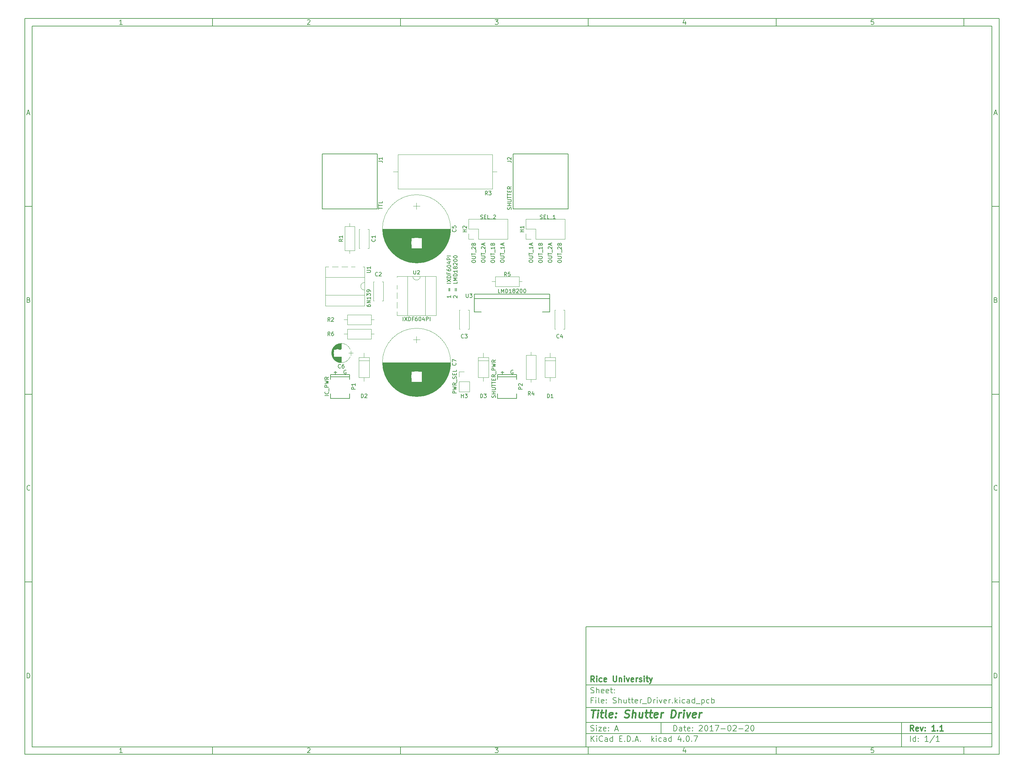
<source format=gto>
%TF.GenerationSoftware,KiCad,Pcbnew,4.0.7*%
%TF.CreationDate,2018-02-11T16:58:38-06:00*%
%TF.ProjectId,Shutter_Driver,536875747465725F4472697665722E6B,1.1*%
%TF.FileFunction,Legend,Top*%
%FSLAX46Y46*%
G04 Gerber Fmt 4.6, Leading zero omitted, Abs format (unit mm)*
G04 Created by KiCad (PCBNEW 4.0.7) date 02/11/18 16:58:38*
%MOMM*%
%LPD*%
G01*
G04 APERTURE LIST*
%ADD10C,0.100000*%
%ADD11C,0.150000*%
%ADD12C,0.300000*%
%ADD13C,0.400000*%
%ADD14C,0.190500*%
%ADD15C,0.120000*%
%ADD16O,2.200860X3.900120*%
%ADD17R,2.100000X2.100000*%
%ADD18O,2.100000X2.100000*%
%ADD19O,2.178000X3.448000*%
%ADD20C,3.900120*%
%ADD21O,2.000200X2.899360*%
%ADD22C,2.000000*%
%ADD23R,2.800000X2.800000*%
%ADD24C,2.800000*%
%ADD25R,2.000000X2.000000*%
%ADD26R,2.600000X2.600000*%
%ADD27O,2.600000X2.600000*%
%ADD28O,2.000000X2.000000*%
%ADD29O,2.800000X2.800000*%
%ADD30R,2.000000X2.800000*%
%ADD31O,2.000000X2.800000*%
%ADD32R,2.800000X2.000000*%
%ADD33O,2.800000X2.000000*%
G04 APERTURE END LIST*
D10*
D11*
X159400000Y-171900000D02*
X159400000Y-203900000D01*
X267400000Y-203900000D01*
X267400000Y-171900000D01*
X159400000Y-171900000D01*
D10*
D11*
X10000000Y-10000000D02*
X10000000Y-205900000D01*
X269400000Y-205900000D01*
X269400000Y-10000000D01*
X10000000Y-10000000D01*
D10*
D11*
X12000000Y-12000000D02*
X12000000Y-203900000D01*
X267400000Y-203900000D01*
X267400000Y-12000000D01*
X12000000Y-12000000D01*
D10*
D11*
X60000000Y-12000000D02*
X60000000Y-10000000D01*
D10*
D11*
X110000000Y-12000000D02*
X110000000Y-10000000D01*
D10*
D11*
X160000000Y-12000000D02*
X160000000Y-10000000D01*
D10*
D11*
X210000000Y-12000000D02*
X210000000Y-10000000D01*
D10*
D11*
X260000000Y-12000000D02*
X260000000Y-10000000D01*
D10*
D11*
X35990476Y-11588095D02*
X35247619Y-11588095D01*
X35619048Y-11588095D02*
X35619048Y-10288095D01*
X35495238Y-10473810D01*
X35371429Y-10597619D01*
X35247619Y-10659524D01*
D10*
D11*
X85247619Y-10411905D02*
X85309524Y-10350000D01*
X85433333Y-10288095D01*
X85742857Y-10288095D01*
X85866667Y-10350000D01*
X85928571Y-10411905D01*
X85990476Y-10535714D01*
X85990476Y-10659524D01*
X85928571Y-10845238D01*
X85185714Y-11588095D01*
X85990476Y-11588095D01*
D10*
D11*
X135185714Y-10288095D02*
X135990476Y-10288095D01*
X135557143Y-10783333D01*
X135742857Y-10783333D01*
X135866667Y-10845238D01*
X135928571Y-10907143D01*
X135990476Y-11030952D01*
X135990476Y-11340476D01*
X135928571Y-11464286D01*
X135866667Y-11526190D01*
X135742857Y-11588095D01*
X135371429Y-11588095D01*
X135247619Y-11526190D01*
X135185714Y-11464286D01*
D10*
D11*
X185866667Y-10721429D02*
X185866667Y-11588095D01*
X185557143Y-10226190D02*
X185247619Y-11154762D01*
X186052381Y-11154762D01*
D10*
D11*
X235928571Y-10288095D02*
X235309524Y-10288095D01*
X235247619Y-10907143D01*
X235309524Y-10845238D01*
X235433333Y-10783333D01*
X235742857Y-10783333D01*
X235866667Y-10845238D01*
X235928571Y-10907143D01*
X235990476Y-11030952D01*
X235990476Y-11340476D01*
X235928571Y-11464286D01*
X235866667Y-11526190D01*
X235742857Y-11588095D01*
X235433333Y-11588095D01*
X235309524Y-11526190D01*
X235247619Y-11464286D01*
D10*
D11*
X60000000Y-203900000D02*
X60000000Y-205900000D01*
D10*
D11*
X110000000Y-203900000D02*
X110000000Y-205900000D01*
D10*
D11*
X160000000Y-203900000D02*
X160000000Y-205900000D01*
D10*
D11*
X210000000Y-203900000D02*
X210000000Y-205900000D01*
D10*
D11*
X260000000Y-203900000D02*
X260000000Y-205900000D01*
D10*
D11*
X35990476Y-205488095D02*
X35247619Y-205488095D01*
X35619048Y-205488095D02*
X35619048Y-204188095D01*
X35495238Y-204373810D01*
X35371429Y-204497619D01*
X35247619Y-204559524D01*
D10*
D11*
X85247619Y-204311905D02*
X85309524Y-204250000D01*
X85433333Y-204188095D01*
X85742857Y-204188095D01*
X85866667Y-204250000D01*
X85928571Y-204311905D01*
X85990476Y-204435714D01*
X85990476Y-204559524D01*
X85928571Y-204745238D01*
X85185714Y-205488095D01*
X85990476Y-205488095D01*
D10*
D11*
X135185714Y-204188095D02*
X135990476Y-204188095D01*
X135557143Y-204683333D01*
X135742857Y-204683333D01*
X135866667Y-204745238D01*
X135928571Y-204807143D01*
X135990476Y-204930952D01*
X135990476Y-205240476D01*
X135928571Y-205364286D01*
X135866667Y-205426190D01*
X135742857Y-205488095D01*
X135371429Y-205488095D01*
X135247619Y-205426190D01*
X135185714Y-205364286D01*
D10*
D11*
X185866667Y-204621429D02*
X185866667Y-205488095D01*
X185557143Y-204126190D02*
X185247619Y-205054762D01*
X186052381Y-205054762D01*
D10*
D11*
X235928571Y-204188095D02*
X235309524Y-204188095D01*
X235247619Y-204807143D01*
X235309524Y-204745238D01*
X235433333Y-204683333D01*
X235742857Y-204683333D01*
X235866667Y-204745238D01*
X235928571Y-204807143D01*
X235990476Y-204930952D01*
X235990476Y-205240476D01*
X235928571Y-205364286D01*
X235866667Y-205426190D01*
X235742857Y-205488095D01*
X235433333Y-205488095D01*
X235309524Y-205426190D01*
X235247619Y-205364286D01*
D10*
D11*
X10000000Y-60000000D02*
X12000000Y-60000000D01*
D10*
D11*
X10000000Y-110000000D02*
X12000000Y-110000000D01*
D10*
D11*
X10000000Y-160000000D02*
X12000000Y-160000000D01*
D10*
D11*
X10690476Y-35216667D02*
X11309524Y-35216667D01*
X10566667Y-35588095D02*
X11000000Y-34288095D01*
X11433333Y-35588095D01*
D10*
D11*
X11092857Y-84907143D02*
X11278571Y-84969048D01*
X11340476Y-85030952D01*
X11402381Y-85154762D01*
X11402381Y-85340476D01*
X11340476Y-85464286D01*
X11278571Y-85526190D01*
X11154762Y-85588095D01*
X10659524Y-85588095D01*
X10659524Y-84288095D01*
X11092857Y-84288095D01*
X11216667Y-84350000D01*
X11278571Y-84411905D01*
X11340476Y-84535714D01*
X11340476Y-84659524D01*
X11278571Y-84783333D01*
X11216667Y-84845238D01*
X11092857Y-84907143D01*
X10659524Y-84907143D01*
D10*
D11*
X11402381Y-135464286D02*
X11340476Y-135526190D01*
X11154762Y-135588095D01*
X11030952Y-135588095D01*
X10845238Y-135526190D01*
X10721429Y-135402381D01*
X10659524Y-135278571D01*
X10597619Y-135030952D01*
X10597619Y-134845238D01*
X10659524Y-134597619D01*
X10721429Y-134473810D01*
X10845238Y-134350000D01*
X11030952Y-134288095D01*
X11154762Y-134288095D01*
X11340476Y-134350000D01*
X11402381Y-134411905D01*
D10*
D11*
X10659524Y-185588095D02*
X10659524Y-184288095D01*
X10969048Y-184288095D01*
X11154762Y-184350000D01*
X11278571Y-184473810D01*
X11340476Y-184597619D01*
X11402381Y-184845238D01*
X11402381Y-185030952D01*
X11340476Y-185278571D01*
X11278571Y-185402381D01*
X11154762Y-185526190D01*
X10969048Y-185588095D01*
X10659524Y-185588095D01*
D10*
D11*
X269400000Y-60000000D02*
X267400000Y-60000000D01*
D10*
D11*
X269400000Y-110000000D02*
X267400000Y-110000000D01*
D10*
D11*
X269400000Y-160000000D02*
X267400000Y-160000000D01*
D10*
D11*
X268090476Y-35216667D02*
X268709524Y-35216667D01*
X267966667Y-35588095D02*
X268400000Y-34288095D01*
X268833333Y-35588095D01*
D10*
D11*
X268492857Y-84907143D02*
X268678571Y-84969048D01*
X268740476Y-85030952D01*
X268802381Y-85154762D01*
X268802381Y-85340476D01*
X268740476Y-85464286D01*
X268678571Y-85526190D01*
X268554762Y-85588095D01*
X268059524Y-85588095D01*
X268059524Y-84288095D01*
X268492857Y-84288095D01*
X268616667Y-84350000D01*
X268678571Y-84411905D01*
X268740476Y-84535714D01*
X268740476Y-84659524D01*
X268678571Y-84783333D01*
X268616667Y-84845238D01*
X268492857Y-84907143D01*
X268059524Y-84907143D01*
D10*
D11*
X268802381Y-135464286D02*
X268740476Y-135526190D01*
X268554762Y-135588095D01*
X268430952Y-135588095D01*
X268245238Y-135526190D01*
X268121429Y-135402381D01*
X268059524Y-135278571D01*
X267997619Y-135030952D01*
X267997619Y-134845238D01*
X268059524Y-134597619D01*
X268121429Y-134473810D01*
X268245238Y-134350000D01*
X268430952Y-134288095D01*
X268554762Y-134288095D01*
X268740476Y-134350000D01*
X268802381Y-134411905D01*
D10*
D11*
X268059524Y-185588095D02*
X268059524Y-184288095D01*
X268369048Y-184288095D01*
X268554762Y-184350000D01*
X268678571Y-184473810D01*
X268740476Y-184597619D01*
X268802381Y-184845238D01*
X268802381Y-185030952D01*
X268740476Y-185278571D01*
X268678571Y-185402381D01*
X268554762Y-185526190D01*
X268369048Y-185588095D01*
X268059524Y-185588095D01*
D10*
D11*
X182757143Y-199678571D02*
X182757143Y-198178571D01*
X183114286Y-198178571D01*
X183328571Y-198250000D01*
X183471429Y-198392857D01*
X183542857Y-198535714D01*
X183614286Y-198821429D01*
X183614286Y-199035714D01*
X183542857Y-199321429D01*
X183471429Y-199464286D01*
X183328571Y-199607143D01*
X183114286Y-199678571D01*
X182757143Y-199678571D01*
X184900000Y-199678571D02*
X184900000Y-198892857D01*
X184828571Y-198750000D01*
X184685714Y-198678571D01*
X184400000Y-198678571D01*
X184257143Y-198750000D01*
X184900000Y-199607143D02*
X184757143Y-199678571D01*
X184400000Y-199678571D01*
X184257143Y-199607143D01*
X184185714Y-199464286D01*
X184185714Y-199321429D01*
X184257143Y-199178571D01*
X184400000Y-199107143D01*
X184757143Y-199107143D01*
X184900000Y-199035714D01*
X185400000Y-198678571D02*
X185971429Y-198678571D01*
X185614286Y-198178571D02*
X185614286Y-199464286D01*
X185685714Y-199607143D01*
X185828572Y-199678571D01*
X185971429Y-199678571D01*
X187042857Y-199607143D02*
X186900000Y-199678571D01*
X186614286Y-199678571D01*
X186471429Y-199607143D01*
X186400000Y-199464286D01*
X186400000Y-198892857D01*
X186471429Y-198750000D01*
X186614286Y-198678571D01*
X186900000Y-198678571D01*
X187042857Y-198750000D01*
X187114286Y-198892857D01*
X187114286Y-199035714D01*
X186400000Y-199178571D01*
X187757143Y-199535714D02*
X187828571Y-199607143D01*
X187757143Y-199678571D01*
X187685714Y-199607143D01*
X187757143Y-199535714D01*
X187757143Y-199678571D01*
X187757143Y-198750000D02*
X187828571Y-198821429D01*
X187757143Y-198892857D01*
X187685714Y-198821429D01*
X187757143Y-198750000D01*
X187757143Y-198892857D01*
X189542857Y-198321429D02*
X189614286Y-198250000D01*
X189757143Y-198178571D01*
X190114286Y-198178571D01*
X190257143Y-198250000D01*
X190328572Y-198321429D01*
X190400000Y-198464286D01*
X190400000Y-198607143D01*
X190328572Y-198821429D01*
X189471429Y-199678571D01*
X190400000Y-199678571D01*
X191328571Y-198178571D02*
X191471428Y-198178571D01*
X191614285Y-198250000D01*
X191685714Y-198321429D01*
X191757143Y-198464286D01*
X191828571Y-198750000D01*
X191828571Y-199107143D01*
X191757143Y-199392857D01*
X191685714Y-199535714D01*
X191614285Y-199607143D01*
X191471428Y-199678571D01*
X191328571Y-199678571D01*
X191185714Y-199607143D01*
X191114285Y-199535714D01*
X191042857Y-199392857D01*
X190971428Y-199107143D01*
X190971428Y-198750000D01*
X191042857Y-198464286D01*
X191114285Y-198321429D01*
X191185714Y-198250000D01*
X191328571Y-198178571D01*
X193257142Y-199678571D02*
X192399999Y-199678571D01*
X192828571Y-199678571D02*
X192828571Y-198178571D01*
X192685714Y-198392857D01*
X192542856Y-198535714D01*
X192399999Y-198607143D01*
X193757142Y-198178571D02*
X194757142Y-198178571D01*
X194114285Y-199678571D01*
X195328570Y-199107143D02*
X196471427Y-199107143D01*
X197471427Y-198178571D02*
X197614284Y-198178571D01*
X197757141Y-198250000D01*
X197828570Y-198321429D01*
X197899999Y-198464286D01*
X197971427Y-198750000D01*
X197971427Y-199107143D01*
X197899999Y-199392857D01*
X197828570Y-199535714D01*
X197757141Y-199607143D01*
X197614284Y-199678571D01*
X197471427Y-199678571D01*
X197328570Y-199607143D01*
X197257141Y-199535714D01*
X197185713Y-199392857D01*
X197114284Y-199107143D01*
X197114284Y-198750000D01*
X197185713Y-198464286D01*
X197257141Y-198321429D01*
X197328570Y-198250000D01*
X197471427Y-198178571D01*
X198542855Y-198321429D02*
X198614284Y-198250000D01*
X198757141Y-198178571D01*
X199114284Y-198178571D01*
X199257141Y-198250000D01*
X199328570Y-198321429D01*
X199399998Y-198464286D01*
X199399998Y-198607143D01*
X199328570Y-198821429D01*
X198471427Y-199678571D01*
X199399998Y-199678571D01*
X200042855Y-199107143D02*
X201185712Y-199107143D01*
X201828569Y-198321429D02*
X201899998Y-198250000D01*
X202042855Y-198178571D01*
X202399998Y-198178571D01*
X202542855Y-198250000D01*
X202614284Y-198321429D01*
X202685712Y-198464286D01*
X202685712Y-198607143D01*
X202614284Y-198821429D01*
X201757141Y-199678571D01*
X202685712Y-199678571D01*
X203614283Y-198178571D02*
X203757140Y-198178571D01*
X203899997Y-198250000D01*
X203971426Y-198321429D01*
X204042855Y-198464286D01*
X204114283Y-198750000D01*
X204114283Y-199107143D01*
X204042855Y-199392857D01*
X203971426Y-199535714D01*
X203899997Y-199607143D01*
X203757140Y-199678571D01*
X203614283Y-199678571D01*
X203471426Y-199607143D01*
X203399997Y-199535714D01*
X203328569Y-199392857D01*
X203257140Y-199107143D01*
X203257140Y-198750000D01*
X203328569Y-198464286D01*
X203399997Y-198321429D01*
X203471426Y-198250000D01*
X203614283Y-198178571D01*
D10*
D11*
X159400000Y-200400000D02*
X267400000Y-200400000D01*
D10*
D11*
X160757143Y-202478571D02*
X160757143Y-200978571D01*
X161614286Y-202478571D02*
X160971429Y-201621429D01*
X161614286Y-200978571D02*
X160757143Y-201835714D01*
X162257143Y-202478571D02*
X162257143Y-201478571D01*
X162257143Y-200978571D02*
X162185714Y-201050000D01*
X162257143Y-201121429D01*
X162328571Y-201050000D01*
X162257143Y-200978571D01*
X162257143Y-201121429D01*
X163828572Y-202335714D02*
X163757143Y-202407143D01*
X163542857Y-202478571D01*
X163400000Y-202478571D01*
X163185715Y-202407143D01*
X163042857Y-202264286D01*
X162971429Y-202121429D01*
X162900000Y-201835714D01*
X162900000Y-201621429D01*
X162971429Y-201335714D01*
X163042857Y-201192857D01*
X163185715Y-201050000D01*
X163400000Y-200978571D01*
X163542857Y-200978571D01*
X163757143Y-201050000D01*
X163828572Y-201121429D01*
X165114286Y-202478571D02*
X165114286Y-201692857D01*
X165042857Y-201550000D01*
X164900000Y-201478571D01*
X164614286Y-201478571D01*
X164471429Y-201550000D01*
X165114286Y-202407143D02*
X164971429Y-202478571D01*
X164614286Y-202478571D01*
X164471429Y-202407143D01*
X164400000Y-202264286D01*
X164400000Y-202121429D01*
X164471429Y-201978571D01*
X164614286Y-201907143D01*
X164971429Y-201907143D01*
X165114286Y-201835714D01*
X166471429Y-202478571D02*
X166471429Y-200978571D01*
X166471429Y-202407143D02*
X166328572Y-202478571D01*
X166042858Y-202478571D01*
X165900000Y-202407143D01*
X165828572Y-202335714D01*
X165757143Y-202192857D01*
X165757143Y-201764286D01*
X165828572Y-201621429D01*
X165900000Y-201550000D01*
X166042858Y-201478571D01*
X166328572Y-201478571D01*
X166471429Y-201550000D01*
X168328572Y-201692857D02*
X168828572Y-201692857D01*
X169042858Y-202478571D02*
X168328572Y-202478571D01*
X168328572Y-200978571D01*
X169042858Y-200978571D01*
X169685715Y-202335714D02*
X169757143Y-202407143D01*
X169685715Y-202478571D01*
X169614286Y-202407143D01*
X169685715Y-202335714D01*
X169685715Y-202478571D01*
X170400001Y-202478571D02*
X170400001Y-200978571D01*
X170757144Y-200978571D01*
X170971429Y-201050000D01*
X171114287Y-201192857D01*
X171185715Y-201335714D01*
X171257144Y-201621429D01*
X171257144Y-201835714D01*
X171185715Y-202121429D01*
X171114287Y-202264286D01*
X170971429Y-202407143D01*
X170757144Y-202478571D01*
X170400001Y-202478571D01*
X171900001Y-202335714D02*
X171971429Y-202407143D01*
X171900001Y-202478571D01*
X171828572Y-202407143D01*
X171900001Y-202335714D01*
X171900001Y-202478571D01*
X172542858Y-202050000D02*
X173257144Y-202050000D01*
X172400001Y-202478571D02*
X172900001Y-200978571D01*
X173400001Y-202478571D01*
X173900001Y-202335714D02*
X173971429Y-202407143D01*
X173900001Y-202478571D01*
X173828572Y-202407143D01*
X173900001Y-202335714D01*
X173900001Y-202478571D01*
X176900001Y-202478571D02*
X176900001Y-200978571D01*
X177042858Y-201907143D02*
X177471429Y-202478571D01*
X177471429Y-201478571D02*
X176900001Y-202050000D01*
X178114287Y-202478571D02*
X178114287Y-201478571D01*
X178114287Y-200978571D02*
X178042858Y-201050000D01*
X178114287Y-201121429D01*
X178185715Y-201050000D01*
X178114287Y-200978571D01*
X178114287Y-201121429D01*
X179471430Y-202407143D02*
X179328573Y-202478571D01*
X179042859Y-202478571D01*
X178900001Y-202407143D01*
X178828573Y-202335714D01*
X178757144Y-202192857D01*
X178757144Y-201764286D01*
X178828573Y-201621429D01*
X178900001Y-201550000D01*
X179042859Y-201478571D01*
X179328573Y-201478571D01*
X179471430Y-201550000D01*
X180757144Y-202478571D02*
X180757144Y-201692857D01*
X180685715Y-201550000D01*
X180542858Y-201478571D01*
X180257144Y-201478571D01*
X180114287Y-201550000D01*
X180757144Y-202407143D02*
X180614287Y-202478571D01*
X180257144Y-202478571D01*
X180114287Y-202407143D01*
X180042858Y-202264286D01*
X180042858Y-202121429D01*
X180114287Y-201978571D01*
X180257144Y-201907143D01*
X180614287Y-201907143D01*
X180757144Y-201835714D01*
X182114287Y-202478571D02*
X182114287Y-200978571D01*
X182114287Y-202407143D02*
X181971430Y-202478571D01*
X181685716Y-202478571D01*
X181542858Y-202407143D01*
X181471430Y-202335714D01*
X181400001Y-202192857D01*
X181400001Y-201764286D01*
X181471430Y-201621429D01*
X181542858Y-201550000D01*
X181685716Y-201478571D01*
X181971430Y-201478571D01*
X182114287Y-201550000D01*
X184614287Y-201478571D02*
X184614287Y-202478571D01*
X184257144Y-200907143D02*
X183900001Y-201978571D01*
X184828573Y-201978571D01*
X185400001Y-202335714D02*
X185471429Y-202407143D01*
X185400001Y-202478571D01*
X185328572Y-202407143D01*
X185400001Y-202335714D01*
X185400001Y-202478571D01*
X186400001Y-200978571D02*
X186542858Y-200978571D01*
X186685715Y-201050000D01*
X186757144Y-201121429D01*
X186828573Y-201264286D01*
X186900001Y-201550000D01*
X186900001Y-201907143D01*
X186828573Y-202192857D01*
X186757144Y-202335714D01*
X186685715Y-202407143D01*
X186542858Y-202478571D01*
X186400001Y-202478571D01*
X186257144Y-202407143D01*
X186185715Y-202335714D01*
X186114287Y-202192857D01*
X186042858Y-201907143D01*
X186042858Y-201550000D01*
X186114287Y-201264286D01*
X186185715Y-201121429D01*
X186257144Y-201050000D01*
X186400001Y-200978571D01*
X187542858Y-202335714D02*
X187614286Y-202407143D01*
X187542858Y-202478571D01*
X187471429Y-202407143D01*
X187542858Y-202335714D01*
X187542858Y-202478571D01*
X188114287Y-200978571D02*
X189114287Y-200978571D01*
X188471430Y-202478571D01*
D10*
D11*
X159400000Y-197400000D02*
X267400000Y-197400000D01*
D10*
D12*
X246614286Y-199678571D02*
X246114286Y-198964286D01*
X245757143Y-199678571D02*
X245757143Y-198178571D01*
X246328571Y-198178571D01*
X246471429Y-198250000D01*
X246542857Y-198321429D01*
X246614286Y-198464286D01*
X246614286Y-198678571D01*
X246542857Y-198821429D01*
X246471429Y-198892857D01*
X246328571Y-198964286D01*
X245757143Y-198964286D01*
X247828571Y-199607143D02*
X247685714Y-199678571D01*
X247400000Y-199678571D01*
X247257143Y-199607143D01*
X247185714Y-199464286D01*
X247185714Y-198892857D01*
X247257143Y-198750000D01*
X247400000Y-198678571D01*
X247685714Y-198678571D01*
X247828571Y-198750000D01*
X247900000Y-198892857D01*
X247900000Y-199035714D01*
X247185714Y-199178571D01*
X248400000Y-198678571D02*
X248757143Y-199678571D01*
X249114285Y-198678571D01*
X249685714Y-199535714D02*
X249757142Y-199607143D01*
X249685714Y-199678571D01*
X249614285Y-199607143D01*
X249685714Y-199535714D01*
X249685714Y-199678571D01*
X249685714Y-198750000D02*
X249757142Y-198821429D01*
X249685714Y-198892857D01*
X249614285Y-198821429D01*
X249685714Y-198750000D01*
X249685714Y-198892857D01*
X252328571Y-199678571D02*
X251471428Y-199678571D01*
X251900000Y-199678571D02*
X251900000Y-198178571D01*
X251757143Y-198392857D01*
X251614285Y-198535714D01*
X251471428Y-198607143D01*
X252971428Y-199535714D02*
X253042856Y-199607143D01*
X252971428Y-199678571D01*
X252899999Y-199607143D01*
X252971428Y-199535714D01*
X252971428Y-199678571D01*
X254471428Y-199678571D02*
X253614285Y-199678571D01*
X254042857Y-199678571D02*
X254042857Y-198178571D01*
X253900000Y-198392857D01*
X253757142Y-198535714D01*
X253614285Y-198607143D01*
D10*
D11*
X160685714Y-199607143D02*
X160900000Y-199678571D01*
X161257143Y-199678571D01*
X161400000Y-199607143D01*
X161471429Y-199535714D01*
X161542857Y-199392857D01*
X161542857Y-199250000D01*
X161471429Y-199107143D01*
X161400000Y-199035714D01*
X161257143Y-198964286D01*
X160971429Y-198892857D01*
X160828571Y-198821429D01*
X160757143Y-198750000D01*
X160685714Y-198607143D01*
X160685714Y-198464286D01*
X160757143Y-198321429D01*
X160828571Y-198250000D01*
X160971429Y-198178571D01*
X161328571Y-198178571D01*
X161542857Y-198250000D01*
X162185714Y-199678571D02*
X162185714Y-198678571D01*
X162185714Y-198178571D02*
X162114285Y-198250000D01*
X162185714Y-198321429D01*
X162257142Y-198250000D01*
X162185714Y-198178571D01*
X162185714Y-198321429D01*
X162757143Y-198678571D02*
X163542857Y-198678571D01*
X162757143Y-199678571D01*
X163542857Y-199678571D01*
X164685714Y-199607143D02*
X164542857Y-199678571D01*
X164257143Y-199678571D01*
X164114286Y-199607143D01*
X164042857Y-199464286D01*
X164042857Y-198892857D01*
X164114286Y-198750000D01*
X164257143Y-198678571D01*
X164542857Y-198678571D01*
X164685714Y-198750000D01*
X164757143Y-198892857D01*
X164757143Y-199035714D01*
X164042857Y-199178571D01*
X165400000Y-199535714D02*
X165471428Y-199607143D01*
X165400000Y-199678571D01*
X165328571Y-199607143D01*
X165400000Y-199535714D01*
X165400000Y-199678571D01*
X165400000Y-198750000D02*
X165471428Y-198821429D01*
X165400000Y-198892857D01*
X165328571Y-198821429D01*
X165400000Y-198750000D01*
X165400000Y-198892857D01*
X167185714Y-199250000D02*
X167900000Y-199250000D01*
X167042857Y-199678571D02*
X167542857Y-198178571D01*
X168042857Y-199678571D01*
D10*
D11*
X245757143Y-202478571D02*
X245757143Y-200978571D01*
X247114286Y-202478571D02*
X247114286Y-200978571D01*
X247114286Y-202407143D02*
X246971429Y-202478571D01*
X246685715Y-202478571D01*
X246542857Y-202407143D01*
X246471429Y-202335714D01*
X246400000Y-202192857D01*
X246400000Y-201764286D01*
X246471429Y-201621429D01*
X246542857Y-201550000D01*
X246685715Y-201478571D01*
X246971429Y-201478571D01*
X247114286Y-201550000D01*
X247828572Y-202335714D02*
X247900000Y-202407143D01*
X247828572Y-202478571D01*
X247757143Y-202407143D01*
X247828572Y-202335714D01*
X247828572Y-202478571D01*
X247828572Y-201550000D02*
X247900000Y-201621429D01*
X247828572Y-201692857D01*
X247757143Y-201621429D01*
X247828572Y-201550000D01*
X247828572Y-201692857D01*
X250471429Y-202478571D02*
X249614286Y-202478571D01*
X250042858Y-202478571D02*
X250042858Y-200978571D01*
X249900001Y-201192857D01*
X249757143Y-201335714D01*
X249614286Y-201407143D01*
X252185714Y-200907143D02*
X250900000Y-202835714D01*
X253471429Y-202478571D02*
X252614286Y-202478571D01*
X253042858Y-202478571D02*
X253042858Y-200978571D01*
X252900001Y-201192857D01*
X252757143Y-201335714D01*
X252614286Y-201407143D01*
D10*
D11*
X159400000Y-193400000D02*
X267400000Y-193400000D01*
D10*
D13*
X160852381Y-194104762D02*
X161995238Y-194104762D01*
X161173810Y-196104762D02*
X161423810Y-194104762D01*
X162411905Y-196104762D02*
X162578571Y-194771429D01*
X162661905Y-194104762D02*
X162554762Y-194200000D01*
X162638095Y-194295238D01*
X162745239Y-194200000D01*
X162661905Y-194104762D01*
X162638095Y-194295238D01*
X163245238Y-194771429D02*
X164007143Y-194771429D01*
X163614286Y-194104762D02*
X163400000Y-195819048D01*
X163471430Y-196009524D01*
X163650001Y-196104762D01*
X163840477Y-196104762D01*
X164792858Y-196104762D02*
X164614287Y-196009524D01*
X164542857Y-195819048D01*
X164757143Y-194104762D01*
X166328572Y-196009524D02*
X166126191Y-196104762D01*
X165745239Y-196104762D01*
X165566667Y-196009524D01*
X165495238Y-195819048D01*
X165590476Y-195057143D01*
X165709524Y-194866667D01*
X165911905Y-194771429D01*
X166292857Y-194771429D01*
X166471429Y-194866667D01*
X166542857Y-195057143D01*
X166519048Y-195247619D01*
X165542857Y-195438095D01*
X167292857Y-195914286D02*
X167376192Y-196009524D01*
X167269048Y-196104762D01*
X167185715Y-196009524D01*
X167292857Y-195914286D01*
X167269048Y-196104762D01*
X167423810Y-194866667D02*
X167507144Y-194961905D01*
X167400000Y-195057143D01*
X167316667Y-194961905D01*
X167423810Y-194866667D01*
X167400000Y-195057143D01*
X169661906Y-196009524D02*
X169935716Y-196104762D01*
X170411906Y-196104762D01*
X170614287Y-196009524D01*
X170721429Y-195914286D01*
X170840478Y-195723810D01*
X170864287Y-195533333D01*
X170792858Y-195342857D01*
X170709525Y-195247619D01*
X170530953Y-195152381D01*
X170161906Y-195057143D01*
X169983335Y-194961905D01*
X169900001Y-194866667D01*
X169828572Y-194676190D01*
X169852382Y-194485714D01*
X169971429Y-194295238D01*
X170078573Y-194200000D01*
X170280954Y-194104762D01*
X170757144Y-194104762D01*
X171030954Y-194200000D01*
X171650001Y-196104762D02*
X171900001Y-194104762D01*
X172507144Y-196104762D02*
X172638096Y-195057143D01*
X172566668Y-194866667D01*
X172388096Y-194771429D01*
X172102382Y-194771429D01*
X171900002Y-194866667D01*
X171792858Y-194961905D01*
X174483334Y-194771429D02*
X174316668Y-196104762D01*
X173626191Y-194771429D02*
X173495239Y-195819048D01*
X173566669Y-196009524D01*
X173745240Y-196104762D01*
X174030954Y-196104762D01*
X174233335Y-196009524D01*
X174340477Y-195914286D01*
X175150001Y-194771429D02*
X175911906Y-194771429D01*
X175519049Y-194104762D02*
X175304763Y-195819048D01*
X175376193Y-196009524D01*
X175554764Y-196104762D01*
X175745240Y-196104762D01*
X176292858Y-194771429D02*
X177054763Y-194771429D01*
X176661906Y-194104762D02*
X176447620Y-195819048D01*
X176519050Y-196009524D01*
X176697621Y-196104762D01*
X176888097Y-196104762D01*
X178328573Y-196009524D02*
X178126192Y-196104762D01*
X177745240Y-196104762D01*
X177566668Y-196009524D01*
X177495239Y-195819048D01*
X177590477Y-195057143D01*
X177709525Y-194866667D01*
X177911906Y-194771429D01*
X178292858Y-194771429D01*
X178471430Y-194866667D01*
X178542858Y-195057143D01*
X178519049Y-195247619D01*
X177542858Y-195438095D01*
X179269049Y-196104762D02*
X179435715Y-194771429D01*
X179388096Y-195152381D02*
X179507145Y-194961905D01*
X179614288Y-194866667D01*
X179816668Y-194771429D01*
X180007144Y-194771429D01*
X182030954Y-196104762D02*
X182280954Y-194104762D01*
X182757145Y-194104762D01*
X183030954Y-194200000D01*
X183197621Y-194390476D01*
X183269050Y-194580952D01*
X183316669Y-194961905D01*
X183280955Y-195247619D01*
X183138098Y-195628571D01*
X183019049Y-195819048D01*
X182804764Y-196009524D01*
X182507145Y-196104762D01*
X182030954Y-196104762D01*
X184030954Y-196104762D02*
X184197620Y-194771429D01*
X184150001Y-195152381D02*
X184269050Y-194961905D01*
X184376193Y-194866667D01*
X184578573Y-194771429D01*
X184769049Y-194771429D01*
X185269049Y-196104762D02*
X185435715Y-194771429D01*
X185519049Y-194104762D02*
X185411906Y-194200000D01*
X185495239Y-194295238D01*
X185602383Y-194200000D01*
X185519049Y-194104762D01*
X185495239Y-194295238D01*
X186197620Y-194771429D02*
X186507145Y-196104762D01*
X187150001Y-194771429D01*
X188519050Y-196009524D02*
X188316669Y-196104762D01*
X187935717Y-196104762D01*
X187757145Y-196009524D01*
X187685716Y-195819048D01*
X187780954Y-195057143D01*
X187900002Y-194866667D01*
X188102383Y-194771429D01*
X188483335Y-194771429D01*
X188661907Y-194866667D01*
X188733335Y-195057143D01*
X188709526Y-195247619D01*
X187733335Y-195438095D01*
X189459526Y-196104762D02*
X189626192Y-194771429D01*
X189578573Y-195152381D02*
X189697622Y-194961905D01*
X189804765Y-194866667D01*
X190007145Y-194771429D01*
X190197621Y-194771429D01*
D10*
D11*
X161257143Y-191492857D02*
X160757143Y-191492857D01*
X160757143Y-192278571D02*
X160757143Y-190778571D01*
X161471429Y-190778571D01*
X162042857Y-192278571D02*
X162042857Y-191278571D01*
X162042857Y-190778571D02*
X161971428Y-190850000D01*
X162042857Y-190921429D01*
X162114285Y-190850000D01*
X162042857Y-190778571D01*
X162042857Y-190921429D01*
X162971429Y-192278571D02*
X162828571Y-192207143D01*
X162757143Y-192064286D01*
X162757143Y-190778571D01*
X164114285Y-192207143D02*
X163971428Y-192278571D01*
X163685714Y-192278571D01*
X163542857Y-192207143D01*
X163471428Y-192064286D01*
X163471428Y-191492857D01*
X163542857Y-191350000D01*
X163685714Y-191278571D01*
X163971428Y-191278571D01*
X164114285Y-191350000D01*
X164185714Y-191492857D01*
X164185714Y-191635714D01*
X163471428Y-191778571D01*
X164828571Y-192135714D02*
X164899999Y-192207143D01*
X164828571Y-192278571D01*
X164757142Y-192207143D01*
X164828571Y-192135714D01*
X164828571Y-192278571D01*
X164828571Y-191350000D02*
X164899999Y-191421429D01*
X164828571Y-191492857D01*
X164757142Y-191421429D01*
X164828571Y-191350000D01*
X164828571Y-191492857D01*
X166614285Y-192207143D02*
X166828571Y-192278571D01*
X167185714Y-192278571D01*
X167328571Y-192207143D01*
X167400000Y-192135714D01*
X167471428Y-191992857D01*
X167471428Y-191850000D01*
X167400000Y-191707143D01*
X167328571Y-191635714D01*
X167185714Y-191564286D01*
X166900000Y-191492857D01*
X166757142Y-191421429D01*
X166685714Y-191350000D01*
X166614285Y-191207143D01*
X166614285Y-191064286D01*
X166685714Y-190921429D01*
X166757142Y-190850000D01*
X166900000Y-190778571D01*
X167257142Y-190778571D01*
X167471428Y-190850000D01*
X168114285Y-192278571D02*
X168114285Y-190778571D01*
X168757142Y-192278571D02*
X168757142Y-191492857D01*
X168685713Y-191350000D01*
X168542856Y-191278571D01*
X168328571Y-191278571D01*
X168185713Y-191350000D01*
X168114285Y-191421429D01*
X170114285Y-191278571D02*
X170114285Y-192278571D01*
X169471428Y-191278571D02*
X169471428Y-192064286D01*
X169542856Y-192207143D01*
X169685714Y-192278571D01*
X169899999Y-192278571D01*
X170042856Y-192207143D01*
X170114285Y-192135714D01*
X170614285Y-191278571D02*
X171185714Y-191278571D01*
X170828571Y-190778571D02*
X170828571Y-192064286D01*
X170899999Y-192207143D01*
X171042857Y-192278571D01*
X171185714Y-192278571D01*
X171471428Y-191278571D02*
X172042857Y-191278571D01*
X171685714Y-190778571D02*
X171685714Y-192064286D01*
X171757142Y-192207143D01*
X171900000Y-192278571D01*
X172042857Y-192278571D01*
X173114285Y-192207143D02*
X172971428Y-192278571D01*
X172685714Y-192278571D01*
X172542857Y-192207143D01*
X172471428Y-192064286D01*
X172471428Y-191492857D01*
X172542857Y-191350000D01*
X172685714Y-191278571D01*
X172971428Y-191278571D01*
X173114285Y-191350000D01*
X173185714Y-191492857D01*
X173185714Y-191635714D01*
X172471428Y-191778571D01*
X173828571Y-192278571D02*
X173828571Y-191278571D01*
X173828571Y-191564286D02*
X173899999Y-191421429D01*
X173971428Y-191350000D01*
X174114285Y-191278571D01*
X174257142Y-191278571D01*
X174399999Y-192421429D02*
X175542856Y-192421429D01*
X175899999Y-192278571D02*
X175899999Y-190778571D01*
X176257142Y-190778571D01*
X176471427Y-190850000D01*
X176614285Y-190992857D01*
X176685713Y-191135714D01*
X176757142Y-191421429D01*
X176757142Y-191635714D01*
X176685713Y-191921429D01*
X176614285Y-192064286D01*
X176471427Y-192207143D01*
X176257142Y-192278571D01*
X175899999Y-192278571D01*
X177399999Y-192278571D02*
X177399999Y-191278571D01*
X177399999Y-191564286D02*
X177471427Y-191421429D01*
X177542856Y-191350000D01*
X177685713Y-191278571D01*
X177828570Y-191278571D01*
X178328570Y-192278571D02*
X178328570Y-191278571D01*
X178328570Y-190778571D02*
X178257141Y-190850000D01*
X178328570Y-190921429D01*
X178399998Y-190850000D01*
X178328570Y-190778571D01*
X178328570Y-190921429D01*
X178899999Y-191278571D02*
X179257142Y-192278571D01*
X179614284Y-191278571D01*
X180757141Y-192207143D02*
X180614284Y-192278571D01*
X180328570Y-192278571D01*
X180185713Y-192207143D01*
X180114284Y-192064286D01*
X180114284Y-191492857D01*
X180185713Y-191350000D01*
X180328570Y-191278571D01*
X180614284Y-191278571D01*
X180757141Y-191350000D01*
X180828570Y-191492857D01*
X180828570Y-191635714D01*
X180114284Y-191778571D01*
X181471427Y-192278571D02*
X181471427Y-191278571D01*
X181471427Y-191564286D02*
X181542855Y-191421429D01*
X181614284Y-191350000D01*
X181757141Y-191278571D01*
X181899998Y-191278571D01*
X182399998Y-192135714D02*
X182471426Y-192207143D01*
X182399998Y-192278571D01*
X182328569Y-192207143D01*
X182399998Y-192135714D01*
X182399998Y-192278571D01*
X183114284Y-192278571D02*
X183114284Y-190778571D01*
X183257141Y-191707143D02*
X183685712Y-192278571D01*
X183685712Y-191278571D02*
X183114284Y-191850000D01*
X184328570Y-192278571D02*
X184328570Y-191278571D01*
X184328570Y-190778571D02*
X184257141Y-190850000D01*
X184328570Y-190921429D01*
X184399998Y-190850000D01*
X184328570Y-190778571D01*
X184328570Y-190921429D01*
X185685713Y-192207143D02*
X185542856Y-192278571D01*
X185257142Y-192278571D01*
X185114284Y-192207143D01*
X185042856Y-192135714D01*
X184971427Y-191992857D01*
X184971427Y-191564286D01*
X185042856Y-191421429D01*
X185114284Y-191350000D01*
X185257142Y-191278571D01*
X185542856Y-191278571D01*
X185685713Y-191350000D01*
X186971427Y-192278571D02*
X186971427Y-191492857D01*
X186899998Y-191350000D01*
X186757141Y-191278571D01*
X186471427Y-191278571D01*
X186328570Y-191350000D01*
X186971427Y-192207143D02*
X186828570Y-192278571D01*
X186471427Y-192278571D01*
X186328570Y-192207143D01*
X186257141Y-192064286D01*
X186257141Y-191921429D01*
X186328570Y-191778571D01*
X186471427Y-191707143D01*
X186828570Y-191707143D01*
X186971427Y-191635714D01*
X188328570Y-192278571D02*
X188328570Y-190778571D01*
X188328570Y-192207143D02*
X188185713Y-192278571D01*
X187899999Y-192278571D01*
X187757141Y-192207143D01*
X187685713Y-192135714D01*
X187614284Y-191992857D01*
X187614284Y-191564286D01*
X187685713Y-191421429D01*
X187757141Y-191350000D01*
X187899999Y-191278571D01*
X188185713Y-191278571D01*
X188328570Y-191350000D01*
X188685713Y-192421429D02*
X189828570Y-192421429D01*
X190185713Y-191278571D02*
X190185713Y-192778571D01*
X190185713Y-191350000D02*
X190328570Y-191278571D01*
X190614284Y-191278571D01*
X190757141Y-191350000D01*
X190828570Y-191421429D01*
X190899999Y-191564286D01*
X190899999Y-191992857D01*
X190828570Y-192135714D01*
X190757141Y-192207143D01*
X190614284Y-192278571D01*
X190328570Y-192278571D01*
X190185713Y-192207143D01*
X192185713Y-192207143D02*
X192042856Y-192278571D01*
X191757142Y-192278571D01*
X191614284Y-192207143D01*
X191542856Y-192135714D01*
X191471427Y-191992857D01*
X191471427Y-191564286D01*
X191542856Y-191421429D01*
X191614284Y-191350000D01*
X191757142Y-191278571D01*
X192042856Y-191278571D01*
X192185713Y-191350000D01*
X192828570Y-192278571D02*
X192828570Y-190778571D01*
X192828570Y-191350000D02*
X192971427Y-191278571D01*
X193257141Y-191278571D01*
X193399998Y-191350000D01*
X193471427Y-191421429D01*
X193542856Y-191564286D01*
X193542856Y-191992857D01*
X193471427Y-192135714D01*
X193399998Y-192207143D01*
X193257141Y-192278571D01*
X192971427Y-192278571D01*
X192828570Y-192207143D01*
D10*
D11*
X159400000Y-187400000D02*
X267400000Y-187400000D01*
D10*
D11*
X160685714Y-189507143D02*
X160900000Y-189578571D01*
X161257143Y-189578571D01*
X161400000Y-189507143D01*
X161471429Y-189435714D01*
X161542857Y-189292857D01*
X161542857Y-189150000D01*
X161471429Y-189007143D01*
X161400000Y-188935714D01*
X161257143Y-188864286D01*
X160971429Y-188792857D01*
X160828571Y-188721429D01*
X160757143Y-188650000D01*
X160685714Y-188507143D01*
X160685714Y-188364286D01*
X160757143Y-188221429D01*
X160828571Y-188150000D01*
X160971429Y-188078571D01*
X161328571Y-188078571D01*
X161542857Y-188150000D01*
X162185714Y-189578571D02*
X162185714Y-188078571D01*
X162828571Y-189578571D02*
X162828571Y-188792857D01*
X162757142Y-188650000D01*
X162614285Y-188578571D01*
X162400000Y-188578571D01*
X162257142Y-188650000D01*
X162185714Y-188721429D01*
X164114285Y-189507143D02*
X163971428Y-189578571D01*
X163685714Y-189578571D01*
X163542857Y-189507143D01*
X163471428Y-189364286D01*
X163471428Y-188792857D01*
X163542857Y-188650000D01*
X163685714Y-188578571D01*
X163971428Y-188578571D01*
X164114285Y-188650000D01*
X164185714Y-188792857D01*
X164185714Y-188935714D01*
X163471428Y-189078571D01*
X165399999Y-189507143D02*
X165257142Y-189578571D01*
X164971428Y-189578571D01*
X164828571Y-189507143D01*
X164757142Y-189364286D01*
X164757142Y-188792857D01*
X164828571Y-188650000D01*
X164971428Y-188578571D01*
X165257142Y-188578571D01*
X165399999Y-188650000D01*
X165471428Y-188792857D01*
X165471428Y-188935714D01*
X164757142Y-189078571D01*
X165899999Y-188578571D02*
X166471428Y-188578571D01*
X166114285Y-188078571D02*
X166114285Y-189364286D01*
X166185713Y-189507143D01*
X166328571Y-189578571D01*
X166471428Y-189578571D01*
X166971428Y-189435714D02*
X167042856Y-189507143D01*
X166971428Y-189578571D01*
X166899999Y-189507143D01*
X166971428Y-189435714D01*
X166971428Y-189578571D01*
X166971428Y-188650000D02*
X167042856Y-188721429D01*
X166971428Y-188792857D01*
X166899999Y-188721429D01*
X166971428Y-188650000D01*
X166971428Y-188792857D01*
D10*
D12*
X161614286Y-186578571D02*
X161114286Y-185864286D01*
X160757143Y-186578571D02*
X160757143Y-185078571D01*
X161328571Y-185078571D01*
X161471429Y-185150000D01*
X161542857Y-185221429D01*
X161614286Y-185364286D01*
X161614286Y-185578571D01*
X161542857Y-185721429D01*
X161471429Y-185792857D01*
X161328571Y-185864286D01*
X160757143Y-185864286D01*
X162257143Y-186578571D02*
X162257143Y-185578571D01*
X162257143Y-185078571D02*
X162185714Y-185150000D01*
X162257143Y-185221429D01*
X162328571Y-185150000D01*
X162257143Y-185078571D01*
X162257143Y-185221429D01*
X163614286Y-186507143D02*
X163471429Y-186578571D01*
X163185715Y-186578571D01*
X163042857Y-186507143D01*
X162971429Y-186435714D01*
X162900000Y-186292857D01*
X162900000Y-185864286D01*
X162971429Y-185721429D01*
X163042857Y-185650000D01*
X163185715Y-185578571D01*
X163471429Y-185578571D01*
X163614286Y-185650000D01*
X164828571Y-186507143D02*
X164685714Y-186578571D01*
X164400000Y-186578571D01*
X164257143Y-186507143D01*
X164185714Y-186364286D01*
X164185714Y-185792857D01*
X164257143Y-185650000D01*
X164400000Y-185578571D01*
X164685714Y-185578571D01*
X164828571Y-185650000D01*
X164900000Y-185792857D01*
X164900000Y-185935714D01*
X164185714Y-186078571D01*
X166685714Y-185078571D02*
X166685714Y-186292857D01*
X166757142Y-186435714D01*
X166828571Y-186507143D01*
X166971428Y-186578571D01*
X167257142Y-186578571D01*
X167400000Y-186507143D01*
X167471428Y-186435714D01*
X167542857Y-186292857D01*
X167542857Y-185078571D01*
X168257143Y-185578571D02*
X168257143Y-186578571D01*
X168257143Y-185721429D02*
X168328571Y-185650000D01*
X168471429Y-185578571D01*
X168685714Y-185578571D01*
X168828571Y-185650000D01*
X168900000Y-185792857D01*
X168900000Y-186578571D01*
X169614286Y-186578571D02*
X169614286Y-185578571D01*
X169614286Y-185078571D02*
X169542857Y-185150000D01*
X169614286Y-185221429D01*
X169685714Y-185150000D01*
X169614286Y-185078571D01*
X169614286Y-185221429D01*
X170185715Y-185578571D02*
X170542858Y-186578571D01*
X170900000Y-185578571D01*
X172042857Y-186507143D02*
X171900000Y-186578571D01*
X171614286Y-186578571D01*
X171471429Y-186507143D01*
X171400000Y-186364286D01*
X171400000Y-185792857D01*
X171471429Y-185650000D01*
X171614286Y-185578571D01*
X171900000Y-185578571D01*
X172042857Y-185650000D01*
X172114286Y-185792857D01*
X172114286Y-185935714D01*
X171400000Y-186078571D01*
X172757143Y-186578571D02*
X172757143Y-185578571D01*
X172757143Y-185864286D02*
X172828571Y-185721429D01*
X172900000Y-185650000D01*
X173042857Y-185578571D01*
X173185714Y-185578571D01*
X173614285Y-186507143D02*
X173757142Y-186578571D01*
X174042857Y-186578571D01*
X174185714Y-186507143D01*
X174257142Y-186364286D01*
X174257142Y-186292857D01*
X174185714Y-186150000D01*
X174042857Y-186078571D01*
X173828571Y-186078571D01*
X173685714Y-186007143D01*
X173614285Y-185864286D01*
X173614285Y-185792857D01*
X173685714Y-185650000D01*
X173828571Y-185578571D01*
X174042857Y-185578571D01*
X174185714Y-185650000D01*
X174900000Y-186578571D02*
X174900000Y-185578571D01*
X174900000Y-185078571D02*
X174828571Y-185150000D01*
X174900000Y-185221429D01*
X174971428Y-185150000D01*
X174900000Y-185078571D01*
X174900000Y-185221429D01*
X175400000Y-185578571D02*
X175971429Y-185578571D01*
X175614286Y-185078571D02*
X175614286Y-186364286D01*
X175685714Y-186507143D01*
X175828572Y-186578571D01*
X175971429Y-186578571D01*
X176328572Y-185578571D02*
X176685715Y-186578571D01*
X177042857Y-185578571D02*
X176685715Y-186578571D01*
X176542857Y-186935714D01*
X176471429Y-187007143D01*
X176328572Y-187078571D01*
D10*
D11*
X179400000Y-197400000D02*
X179400000Y-200400000D01*
D10*
D11*
X243400000Y-197400000D02*
X243400000Y-203900000D01*
D14*
X123427369Y-83723238D02*
X123427369Y-84303809D01*
X123427369Y-84013523D02*
X122411369Y-84013523D01*
X122556512Y-84110285D01*
X122653274Y-84207047D01*
X122701655Y-84303809D01*
X122895179Y-82513714D02*
X122895179Y-81739619D01*
X123185464Y-81739619D02*
X123185464Y-82513714D01*
X123427369Y-80481714D02*
X122411369Y-80481714D01*
X122411369Y-80094666D02*
X123427369Y-79417333D01*
X122411369Y-79417333D02*
X123427369Y-80094666D01*
X123427369Y-79030285D02*
X122411369Y-79030285D01*
X122411369Y-78788380D01*
X122459750Y-78643238D01*
X122556512Y-78546476D01*
X122653274Y-78498095D01*
X122846798Y-78449714D01*
X122991940Y-78449714D01*
X123185464Y-78498095D01*
X123282226Y-78546476D01*
X123378988Y-78643238D01*
X123427369Y-78788380D01*
X123427369Y-79030285D01*
X122895179Y-77675619D02*
X122895179Y-78014285D01*
X123427369Y-78014285D02*
X122411369Y-78014285D01*
X122411369Y-77530476D01*
X122411369Y-76708000D02*
X122411369Y-76901523D01*
X122459750Y-76998285D01*
X122508131Y-77046666D01*
X122653274Y-77143428D01*
X122846798Y-77191809D01*
X123233845Y-77191809D01*
X123330607Y-77143428D01*
X123378988Y-77095047D01*
X123427369Y-76998285D01*
X123427369Y-76804762D01*
X123378988Y-76708000D01*
X123330607Y-76659619D01*
X123233845Y-76611238D01*
X122991940Y-76611238D01*
X122895179Y-76659619D01*
X122846798Y-76708000D01*
X122798417Y-76804762D01*
X122798417Y-76998285D01*
X122846798Y-77095047D01*
X122895179Y-77143428D01*
X122991940Y-77191809D01*
X122411369Y-75982285D02*
X122411369Y-75885524D01*
X122459750Y-75788762D01*
X122508131Y-75740381D01*
X122604893Y-75692000D01*
X122798417Y-75643619D01*
X123040321Y-75643619D01*
X123233845Y-75692000D01*
X123330607Y-75740381D01*
X123378988Y-75788762D01*
X123427369Y-75885524D01*
X123427369Y-75982285D01*
X123378988Y-76079047D01*
X123330607Y-76127428D01*
X123233845Y-76175809D01*
X123040321Y-76224190D01*
X122798417Y-76224190D01*
X122604893Y-76175809D01*
X122508131Y-76127428D01*
X122459750Y-76079047D01*
X122411369Y-75982285D01*
X122750036Y-74772762D02*
X123427369Y-74772762D01*
X122362988Y-75014666D02*
X123088702Y-75256571D01*
X123088702Y-74627619D01*
X123427369Y-74240571D02*
X122411369Y-74240571D01*
X122411369Y-73853524D01*
X122459750Y-73756762D01*
X122508131Y-73708381D01*
X122604893Y-73660000D01*
X122750036Y-73660000D01*
X122846798Y-73708381D01*
X122895179Y-73756762D01*
X122943560Y-73853524D01*
X122943560Y-74240571D01*
X123427369Y-73224571D02*
X122411369Y-73224571D01*
X124222631Y-84352190D02*
X124174250Y-84303809D01*
X124125869Y-84207047D01*
X124125869Y-83965143D01*
X124174250Y-83868381D01*
X124222631Y-83820000D01*
X124319393Y-83771619D01*
X124416155Y-83771619D01*
X124561298Y-83820000D01*
X125141869Y-84400571D01*
X125141869Y-83771619D01*
X124609679Y-82562095D02*
X124609679Y-81788000D01*
X124899964Y-81788000D02*
X124899964Y-82562095D01*
X125141869Y-80046286D02*
X125141869Y-80530095D01*
X124125869Y-80530095D01*
X125141869Y-79707619D02*
X124125869Y-79707619D01*
X124851583Y-79368953D01*
X124125869Y-79030286D01*
X125141869Y-79030286D01*
X125141869Y-78546476D02*
X124125869Y-78546476D01*
X124125869Y-78304571D01*
X124174250Y-78159429D01*
X124271012Y-78062667D01*
X124367774Y-78014286D01*
X124561298Y-77965905D01*
X124706440Y-77965905D01*
X124899964Y-78014286D01*
X124996726Y-78062667D01*
X125093488Y-78159429D01*
X125141869Y-78304571D01*
X125141869Y-78546476D01*
X125141869Y-76998286D02*
X125141869Y-77578857D01*
X125141869Y-77288571D02*
X124125869Y-77288571D01*
X124271012Y-77385333D01*
X124367774Y-77482095D01*
X124416155Y-77578857D01*
X124561298Y-76417714D02*
X124512917Y-76514476D01*
X124464536Y-76562857D01*
X124367774Y-76611238D01*
X124319393Y-76611238D01*
X124222631Y-76562857D01*
X124174250Y-76514476D01*
X124125869Y-76417714D01*
X124125869Y-76224191D01*
X124174250Y-76127429D01*
X124222631Y-76079048D01*
X124319393Y-76030667D01*
X124367774Y-76030667D01*
X124464536Y-76079048D01*
X124512917Y-76127429D01*
X124561298Y-76224191D01*
X124561298Y-76417714D01*
X124609679Y-76514476D01*
X124658060Y-76562857D01*
X124754821Y-76611238D01*
X124948345Y-76611238D01*
X125045107Y-76562857D01*
X125093488Y-76514476D01*
X125141869Y-76417714D01*
X125141869Y-76224191D01*
X125093488Y-76127429D01*
X125045107Y-76079048D01*
X124948345Y-76030667D01*
X124754821Y-76030667D01*
X124658060Y-76079048D01*
X124609679Y-76127429D01*
X124561298Y-76224191D01*
X124222631Y-75643619D02*
X124174250Y-75595238D01*
X124125869Y-75498476D01*
X124125869Y-75256572D01*
X124174250Y-75159810D01*
X124222631Y-75111429D01*
X124319393Y-75063048D01*
X124416155Y-75063048D01*
X124561298Y-75111429D01*
X125141869Y-75692000D01*
X125141869Y-75063048D01*
X124125869Y-74434095D02*
X124125869Y-74337334D01*
X124174250Y-74240572D01*
X124222631Y-74192191D01*
X124319393Y-74143810D01*
X124512917Y-74095429D01*
X124754821Y-74095429D01*
X124948345Y-74143810D01*
X125045107Y-74192191D01*
X125093488Y-74240572D01*
X125141869Y-74337334D01*
X125141869Y-74434095D01*
X125093488Y-74530857D01*
X125045107Y-74579238D01*
X124948345Y-74627619D01*
X124754821Y-74676000D01*
X124512917Y-74676000D01*
X124319393Y-74627619D01*
X124222631Y-74579238D01*
X124174250Y-74530857D01*
X124125869Y-74434095D01*
X124125869Y-73466476D02*
X124125869Y-73369715D01*
X124174250Y-73272953D01*
X124222631Y-73224572D01*
X124319393Y-73176191D01*
X124512917Y-73127810D01*
X124754821Y-73127810D01*
X124948345Y-73176191D01*
X125045107Y-73224572D01*
X125093488Y-73272953D01*
X125141869Y-73369715D01*
X125141869Y-73466476D01*
X125093488Y-73563238D01*
X125045107Y-73611619D01*
X124948345Y-73660000D01*
X124754821Y-73708381D01*
X124512917Y-73708381D01*
X124319393Y-73660000D01*
X124222631Y-73611619D01*
X124174250Y-73563238D01*
X124125869Y-73466476D01*
D11*
X91440000Y-105410000D02*
X96520000Y-105410000D01*
X96520000Y-111125000D02*
X96520000Y-109855000D01*
X96520000Y-105410000D02*
X96520000Y-106045000D01*
X91440000Y-110490000D02*
X91440000Y-109855000D01*
X91440000Y-105410000D02*
X91440000Y-106045000D01*
X91440000Y-105410000D02*
X91440000Y-104775000D01*
X91440000Y-104775000D02*
X96520000Y-104775000D01*
X96520000Y-104775000D02*
X96520000Y-105410000D01*
X96520000Y-111125000D02*
X91440000Y-111125000D01*
X91440000Y-111125000D02*
X91440000Y-110490000D01*
X135890000Y-105410000D02*
X140970000Y-105410000D01*
X140970000Y-111125000D02*
X140970000Y-109855000D01*
X140970000Y-105410000D02*
X140970000Y-106045000D01*
X135890000Y-110490000D02*
X135890000Y-109855000D01*
X135890000Y-105410000D02*
X135890000Y-106045000D01*
X135890000Y-105410000D02*
X135890000Y-104775000D01*
X135890000Y-104775000D02*
X140970000Y-104775000D01*
X140970000Y-104775000D02*
X140970000Y-105410000D01*
X140970000Y-111125000D02*
X135890000Y-111125000D01*
X135890000Y-111125000D02*
X135890000Y-110490000D01*
D15*
X146050000Y-68700000D02*
X153790000Y-68700000D01*
X153790000Y-68700000D02*
X153790000Y-63380000D01*
X153790000Y-63380000D02*
X143390000Y-63380000D01*
X143390000Y-63380000D02*
X143390000Y-66040000D01*
X143390000Y-66040000D02*
X146050000Y-66040000D01*
X146050000Y-66040000D02*
X146050000Y-68700000D01*
X144780000Y-68700000D02*
X143390000Y-68700000D01*
X143390000Y-68700000D02*
X143390000Y-67310000D01*
X130810000Y-68700000D02*
X138550000Y-68700000D01*
X138550000Y-68700000D02*
X138550000Y-63380000D01*
X138550000Y-63380000D02*
X128150000Y-63380000D01*
X128150000Y-63380000D02*
X128150000Y-66040000D01*
X128150000Y-66040000D02*
X130810000Y-66040000D01*
X130810000Y-66040000D02*
X130810000Y-68700000D01*
X129540000Y-68700000D02*
X128150000Y-68700000D01*
X128150000Y-68700000D02*
X128150000Y-67310000D01*
D11*
X149707600Y-84582000D02*
X129692400Y-84582000D01*
X129692400Y-83337400D02*
X129692400Y-88138000D01*
X129692400Y-88138000D02*
X131572000Y-88138000D01*
X129692400Y-83337400D02*
X149707600Y-83337400D01*
X149707600Y-83337400D02*
X149707600Y-88138000D01*
X149707600Y-88138000D02*
X147828000Y-88138000D01*
X89170000Y-60640000D02*
X103870000Y-60640000D01*
X103870000Y-60640000D02*
X103870000Y-46040000D01*
X103870000Y-46040000D02*
X89170000Y-46040000D01*
X89170000Y-46040000D02*
X89170000Y-60640000D01*
X139970000Y-60640000D02*
X154670000Y-60640000D01*
X154670000Y-60640000D02*
X154670000Y-46040000D01*
X154670000Y-46040000D02*
X139970000Y-46040000D01*
X139970000Y-46040000D02*
X139970000Y-60640000D01*
D15*
X99020000Y-71180000D02*
X99020000Y-66060000D01*
X101640000Y-71180000D02*
X101640000Y-66060000D01*
X99020000Y-71180000D02*
X99334000Y-71180000D01*
X101326000Y-71180000D02*
X101640000Y-71180000D01*
X99020000Y-66060000D02*
X99334000Y-66060000D01*
X101326000Y-66060000D02*
X101640000Y-66060000D01*
X102830000Y-85150000D02*
X102830000Y-80030000D01*
X105450000Y-85150000D02*
X105450000Y-80030000D01*
X102830000Y-85150000D02*
X103144000Y-85150000D01*
X105136000Y-85150000D02*
X105450000Y-85150000D01*
X102830000Y-80030000D02*
X103144000Y-80030000D01*
X105136000Y-80030000D02*
X105450000Y-80030000D01*
X128310000Y-87570000D02*
X128310000Y-92690000D01*
X125690000Y-87570000D02*
X125690000Y-92690000D01*
X128310000Y-87570000D02*
X127996000Y-87570000D01*
X126004000Y-87570000D02*
X125690000Y-87570000D01*
X128310000Y-92690000D02*
X127996000Y-92690000D01*
X126004000Y-92690000D02*
X125690000Y-92690000D01*
X153710000Y-87570000D02*
X153710000Y-92690000D01*
X151090000Y-87570000D02*
X151090000Y-92690000D01*
X153710000Y-87570000D02*
X153396000Y-87570000D01*
X151404000Y-87570000D02*
X151090000Y-87570000D01*
X153710000Y-92690000D02*
X153396000Y-92690000D01*
X151404000Y-92690000D02*
X151090000Y-92690000D01*
X123390000Y-65980000D02*
G75*
G03X123390000Y-65980000I-9090000J0D01*
G01*
X123350000Y-65980000D02*
X105250000Y-65980000D01*
X123350000Y-66020000D02*
X105250000Y-66020000D01*
X123350000Y-66060000D02*
X105250000Y-66060000D01*
X123350000Y-66100000D02*
X105250000Y-66100000D01*
X123349000Y-66140000D02*
X105251000Y-66140000D01*
X123348000Y-66180000D02*
X105252000Y-66180000D01*
X123347000Y-66220000D02*
X105253000Y-66220000D01*
X123346000Y-66260000D02*
X105254000Y-66260000D01*
X123345000Y-66300000D02*
X105255000Y-66300000D01*
X123343000Y-66340000D02*
X105257000Y-66340000D01*
X123342000Y-66380000D02*
X105258000Y-66380000D01*
X123340000Y-66420000D02*
X105260000Y-66420000D01*
X123338000Y-66460000D02*
X105262000Y-66460000D01*
X123336000Y-66500000D02*
X105264000Y-66500000D01*
X123333000Y-66540000D02*
X105267000Y-66540000D01*
X123331000Y-66580000D02*
X105269000Y-66580000D01*
X123328000Y-66620000D02*
X105272000Y-66620000D01*
X123325000Y-66660000D02*
X105275000Y-66660000D01*
X123322000Y-66701000D02*
X105278000Y-66701000D01*
X123319000Y-66741000D02*
X105281000Y-66741000D01*
X123315000Y-66781000D02*
X105285000Y-66781000D01*
X123312000Y-66821000D02*
X105288000Y-66821000D01*
X123308000Y-66861000D02*
X105292000Y-66861000D01*
X123304000Y-66901000D02*
X105296000Y-66901000D01*
X123300000Y-66941000D02*
X105300000Y-66941000D01*
X123295000Y-66981000D02*
X105305000Y-66981000D01*
X123291000Y-67021000D02*
X105309000Y-67021000D01*
X123286000Y-67061000D02*
X105314000Y-67061000D01*
X123281000Y-67101000D02*
X105319000Y-67101000D01*
X123276000Y-67141000D02*
X105324000Y-67141000D01*
X123271000Y-67181000D02*
X105329000Y-67181000D01*
X123266000Y-67221000D02*
X105334000Y-67221000D01*
X123260000Y-67261000D02*
X105340000Y-67261000D01*
X123254000Y-67301000D02*
X105346000Y-67301000D01*
X123248000Y-67341000D02*
X105352000Y-67341000D01*
X123242000Y-67381000D02*
X105358000Y-67381000D01*
X123236000Y-67421000D02*
X105364000Y-67421000D01*
X123229000Y-67461000D02*
X105371000Y-67461000D01*
X123223000Y-67501000D02*
X105377000Y-67501000D01*
X123216000Y-67541000D02*
X105384000Y-67541000D01*
X123209000Y-67581000D02*
X105391000Y-67581000D01*
X123201000Y-67621000D02*
X105399000Y-67621000D01*
X123194000Y-67661000D02*
X105406000Y-67661000D01*
X123186000Y-67701000D02*
X105414000Y-67701000D01*
X123178000Y-67741000D02*
X105422000Y-67741000D01*
X123170000Y-67781000D02*
X105430000Y-67781000D01*
X123162000Y-67821000D02*
X105438000Y-67821000D01*
X123154000Y-67861000D02*
X105446000Y-67861000D01*
X123145000Y-67901000D02*
X105455000Y-67901000D01*
X123137000Y-67941000D02*
X105463000Y-67941000D01*
X123128000Y-67981000D02*
X105472000Y-67981000D01*
X123119000Y-68021000D02*
X105481000Y-68021000D01*
X123109000Y-68061000D02*
X105491000Y-68061000D01*
X123100000Y-68101000D02*
X105500000Y-68101000D01*
X123090000Y-68141000D02*
X105510000Y-68141000D01*
X123080000Y-68181000D02*
X105520000Y-68181000D01*
X123070000Y-68221000D02*
X105530000Y-68221000D01*
X123060000Y-68261000D02*
X105540000Y-68261000D01*
X123049000Y-68301000D02*
X105551000Y-68301000D01*
X123039000Y-68341000D02*
X105561000Y-68341000D01*
X123028000Y-68381000D02*
X115680000Y-68381000D01*
X112920000Y-68381000D02*
X105572000Y-68381000D01*
X123017000Y-68421000D02*
X115680000Y-68421000D01*
X112920000Y-68421000D02*
X105583000Y-68421000D01*
X123006000Y-68461000D02*
X115680000Y-68461000D01*
X112920000Y-68461000D02*
X105594000Y-68461000D01*
X122994000Y-68501000D02*
X115680000Y-68501000D01*
X112920000Y-68501000D02*
X105606000Y-68501000D01*
X122983000Y-68541000D02*
X115680000Y-68541000D01*
X112920000Y-68541000D02*
X105617000Y-68541000D01*
X122971000Y-68581000D02*
X115680000Y-68581000D01*
X112920000Y-68581000D02*
X105629000Y-68581000D01*
X122959000Y-68621000D02*
X115680000Y-68621000D01*
X112920000Y-68621000D02*
X105641000Y-68621000D01*
X122946000Y-68661000D02*
X115680000Y-68661000D01*
X112920000Y-68661000D02*
X105654000Y-68661000D01*
X122934000Y-68701000D02*
X115680000Y-68701000D01*
X112920000Y-68701000D02*
X105666000Y-68701000D01*
X122921000Y-68741000D02*
X115680000Y-68741000D01*
X112920000Y-68741000D02*
X105679000Y-68741000D01*
X122909000Y-68781000D02*
X115680000Y-68781000D01*
X112920000Y-68781000D02*
X105691000Y-68781000D01*
X122895000Y-68821000D02*
X115680000Y-68821000D01*
X112920000Y-68821000D02*
X105705000Y-68821000D01*
X122882000Y-68861000D02*
X115680000Y-68861000D01*
X112920000Y-68861000D02*
X105718000Y-68861000D01*
X122869000Y-68901000D02*
X115680000Y-68901000D01*
X112920000Y-68901000D02*
X105731000Y-68901000D01*
X122855000Y-68941000D02*
X115680000Y-68941000D01*
X112920000Y-68941000D02*
X105745000Y-68941000D01*
X122841000Y-68981000D02*
X115680000Y-68981000D01*
X112920000Y-68981000D02*
X105759000Y-68981000D01*
X122827000Y-69021000D02*
X115680000Y-69021000D01*
X112920000Y-69021000D02*
X105773000Y-69021000D01*
X122813000Y-69061000D02*
X115680000Y-69061000D01*
X112920000Y-69061000D02*
X105787000Y-69061000D01*
X122798000Y-69101000D02*
X115680000Y-69101000D01*
X112920000Y-69101000D02*
X105802000Y-69101000D01*
X122784000Y-69141000D02*
X115680000Y-69141000D01*
X112920000Y-69141000D02*
X105816000Y-69141000D01*
X122769000Y-69181000D02*
X115680000Y-69181000D01*
X112920000Y-69181000D02*
X105831000Y-69181000D01*
X122753000Y-69221000D02*
X115680000Y-69221000D01*
X112920000Y-69221000D02*
X105847000Y-69221000D01*
X122738000Y-69261000D02*
X115680000Y-69261000D01*
X112920000Y-69261000D02*
X105862000Y-69261000D01*
X122723000Y-69301000D02*
X115680000Y-69301000D01*
X112920000Y-69301000D02*
X105877000Y-69301000D01*
X122707000Y-69341000D02*
X115680000Y-69341000D01*
X112920000Y-69341000D02*
X105893000Y-69341000D01*
X122691000Y-69381000D02*
X115680000Y-69381000D01*
X112920000Y-69381000D02*
X105909000Y-69381000D01*
X122674000Y-69421000D02*
X115680000Y-69421000D01*
X112920000Y-69421000D02*
X105926000Y-69421000D01*
X122658000Y-69461000D02*
X115680000Y-69461000D01*
X112920000Y-69461000D02*
X105942000Y-69461000D01*
X122641000Y-69501000D02*
X115680000Y-69501000D01*
X112920000Y-69501000D02*
X105959000Y-69501000D01*
X122624000Y-69541000D02*
X115680000Y-69541000D01*
X112920000Y-69541000D02*
X105976000Y-69541000D01*
X122607000Y-69581000D02*
X115680000Y-69581000D01*
X112920000Y-69581000D02*
X105993000Y-69581000D01*
X122590000Y-69621000D02*
X115680000Y-69621000D01*
X112920000Y-69621000D02*
X106010000Y-69621000D01*
X122572000Y-69661000D02*
X115680000Y-69661000D01*
X112920000Y-69661000D02*
X106028000Y-69661000D01*
X122554000Y-69701000D02*
X115680000Y-69701000D01*
X112920000Y-69701000D02*
X106046000Y-69701000D01*
X122536000Y-69741000D02*
X115680000Y-69741000D01*
X112920000Y-69741000D02*
X106064000Y-69741000D01*
X122518000Y-69781000D02*
X115680000Y-69781000D01*
X112920000Y-69781000D02*
X106082000Y-69781000D01*
X122500000Y-69821000D02*
X115680000Y-69821000D01*
X112920000Y-69821000D02*
X106100000Y-69821000D01*
X122481000Y-69861000D02*
X115680000Y-69861000D01*
X112920000Y-69861000D02*
X106119000Y-69861000D01*
X122462000Y-69901000D02*
X115680000Y-69901000D01*
X112920000Y-69901000D02*
X106138000Y-69901000D01*
X122443000Y-69941000D02*
X115680000Y-69941000D01*
X112920000Y-69941000D02*
X106157000Y-69941000D01*
X122423000Y-69981000D02*
X115680000Y-69981000D01*
X112920000Y-69981000D02*
X106177000Y-69981000D01*
X122403000Y-70021000D02*
X115680000Y-70021000D01*
X112920000Y-70021000D02*
X106197000Y-70021000D01*
X122383000Y-70061000D02*
X115680000Y-70061000D01*
X112920000Y-70061000D02*
X106217000Y-70061000D01*
X122363000Y-70101000D02*
X115680000Y-70101000D01*
X112920000Y-70101000D02*
X106237000Y-70101000D01*
X122343000Y-70141000D02*
X115680000Y-70141000D01*
X112920000Y-70141000D02*
X106257000Y-70141000D01*
X122322000Y-70181000D02*
X115680000Y-70181000D01*
X112920000Y-70181000D02*
X106278000Y-70181000D01*
X122301000Y-70221000D02*
X115680000Y-70221000D01*
X112920000Y-70221000D02*
X106299000Y-70221000D01*
X122280000Y-70261000D02*
X115680000Y-70261000D01*
X112920000Y-70261000D02*
X106320000Y-70261000D01*
X122258000Y-70301000D02*
X115680000Y-70301000D01*
X112920000Y-70301000D02*
X106342000Y-70301000D01*
X122237000Y-70341000D02*
X115680000Y-70341000D01*
X112920000Y-70341000D02*
X106363000Y-70341000D01*
X122215000Y-70381000D02*
X115680000Y-70381000D01*
X112920000Y-70381000D02*
X106385000Y-70381000D01*
X122192000Y-70421000D02*
X115680000Y-70421000D01*
X112920000Y-70421000D02*
X106408000Y-70421000D01*
X122170000Y-70461000D02*
X115680000Y-70461000D01*
X112920000Y-70461000D02*
X106430000Y-70461000D01*
X122147000Y-70501000D02*
X115680000Y-70501000D01*
X112920000Y-70501000D02*
X106453000Y-70501000D01*
X122124000Y-70541000D02*
X115680000Y-70541000D01*
X112920000Y-70541000D02*
X106476000Y-70541000D01*
X122101000Y-70581000D02*
X115680000Y-70581000D01*
X112920000Y-70581000D02*
X106499000Y-70581000D01*
X122077000Y-70621000D02*
X115680000Y-70621000D01*
X112920000Y-70621000D02*
X106523000Y-70621000D01*
X122053000Y-70661000D02*
X115680000Y-70661000D01*
X112920000Y-70661000D02*
X106547000Y-70661000D01*
X122029000Y-70701000D02*
X115680000Y-70701000D01*
X112920000Y-70701000D02*
X106571000Y-70701000D01*
X122005000Y-70741000D02*
X115680000Y-70741000D01*
X112920000Y-70741000D02*
X106595000Y-70741000D01*
X121980000Y-70781000D02*
X115680000Y-70781000D01*
X112920000Y-70781000D02*
X106620000Y-70781000D01*
X121955000Y-70821000D02*
X115680000Y-70821000D01*
X112920000Y-70821000D02*
X106645000Y-70821000D01*
X121930000Y-70861000D02*
X115680000Y-70861000D01*
X112920000Y-70861000D02*
X106670000Y-70861000D01*
X121904000Y-70901000D02*
X115680000Y-70901000D01*
X112920000Y-70901000D02*
X106696000Y-70901000D01*
X121878000Y-70941000D02*
X115680000Y-70941000D01*
X112920000Y-70941000D02*
X106722000Y-70941000D01*
X121852000Y-70981000D02*
X115680000Y-70981000D01*
X112920000Y-70981000D02*
X106748000Y-70981000D01*
X121825000Y-71021000D02*
X115680000Y-71021000D01*
X112920000Y-71021000D02*
X106775000Y-71021000D01*
X121799000Y-71061000D02*
X115680000Y-71061000D01*
X112920000Y-71061000D02*
X106801000Y-71061000D01*
X121771000Y-71101000D02*
X115680000Y-71101000D01*
X112920000Y-71101000D02*
X106829000Y-71101000D01*
X121744000Y-71141000D02*
X106856000Y-71141000D01*
X121716000Y-71181000D02*
X106884000Y-71181000D01*
X121688000Y-71221000D02*
X106912000Y-71221000D01*
X121660000Y-71261000D02*
X106940000Y-71261000D01*
X121631000Y-71301000D02*
X106969000Y-71301000D01*
X121602000Y-71341000D02*
X106998000Y-71341000D01*
X121573000Y-71381000D02*
X107027000Y-71381000D01*
X121543000Y-71421000D02*
X107057000Y-71421000D01*
X121513000Y-71461000D02*
X107087000Y-71461000D01*
X121483000Y-71501000D02*
X107117000Y-71501000D01*
X121452000Y-71541000D02*
X107148000Y-71541000D01*
X121421000Y-71581000D02*
X107179000Y-71581000D01*
X121389000Y-71621000D02*
X107211000Y-71621000D01*
X121357000Y-71661000D02*
X107243000Y-71661000D01*
X121325000Y-71701000D02*
X107275000Y-71701000D01*
X121293000Y-71741000D02*
X107307000Y-71741000D01*
X121260000Y-71781000D02*
X107340000Y-71781000D01*
X121226000Y-71821000D02*
X107374000Y-71821000D01*
X121193000Y-71861000D02*
X107407000Y-71861000D01*
X121158000Y-71901000D02*
X107442000Y-71901000D01*
X121124000Y-71941000D02*
X107476000Y-71941000D01*
X121089000Y-71981000D02*
X107511000Y-71981000D01*
X121054000Y-72021000D02*
X107546000Y-72021000D01*
X121018000Y-72061000D02*
X107582000Y-72061000D01*
X120982000Y-72101000D02*
X107618000Y-72101000D01*
X120945000Y-72141000D02*
X107655000Y-72141000D01*
X120908000Y-72181000D02*
X107692000Y-72181000D01*
X120870000Y-72221000D02*
X107730000Y-72221000D01*
X120832000Y-72261000D02*
X107768000Y-72261000D01*
X120794000Y-72301000D02*
X107806000Y-72301000D01*
X120755000Y-72341000D02*
X107845000Y-72341000D01*
X120716000Y-72381000D02*
X107884000Y-72381000D01*
X120676000Y-72421000D02*
X107924000Y-72421000D01*
X120635000Y-72461000D02*
X107965000Y-72461000D01*
X120594000Y-72501000D02*
X108006000Y-72501000D01*
X120553000Y-72541000D02*
X108047000Y-72541000D01*
X120511000Y-72581000D02*
X108089000Y-72581000D01*
X120468000Y-72621000D02*
X108132000Y-72621000D01*
X120425000Y-72661000D02*
X108175000Y-72661000D01*
X120382000Y-72701000D02*
X108218000Y-72701000D01*
X120338000Y-72741000D02*
X108262000Y-72741000D01*
X120293000Y-72781000D02*
X108307000Y-72781000D01*
X120247000Y-72821000D02*
X108353000Y-72821000D01*
X120201000Y-72861000D02*
X108399000Y-72861000D01*
X120155000Y-72901000D02*
X108445000Y-72901000D01*
X120107000Y-72941000D02*
X108493000Y-72941000D01*
X120059000Y-72981000D02*
X108541000Y-72981000D01*
X120011000Y-73021000D02*
X108589000Y-73021000D01*
X119962000Y-73061000D02*
X108638000Y-73061000D01*
X119911000Y-73101000D02*
X108689000Y-73101000D01*
X119861000Y-73141000D02*
X108739000Y-73141000D01*
X119809000Y-73181000D02*
X108791000Y-73181000D01*
X119757000Y-73221000D02*
X108843000Y-73221000D01*
X119704000Y-73261000D02*
X108896000Y-73261000D01*
X119650000Y-73301000D02*
X108950000Y-73301000D01*
X119595000Y-73341000D02*
X109005000Y-73341000D01*
X119540000Y-73381000D02*
X109060000Y-73381000D01*
X119483000Y-73421000D02*
X109117000Y-73421000D01*
X119426000Y-73461000D02*
X109174000Y-73461000D01*
X119367000Y-73501000D02*
X109233000Y-73501000D01*
X119308000Y-73541000D02*
X109292000Y-73541000D01*
X119247000Y-73581000D02*
X109353000Y-73581000D01*
X119186000Y-73621000D02*
X109414000Y-73621000D01*
X119123000Y-73661000D02*
X109477000Y-73661000D01*
X119059000Y-73701000D02*
X109541000Y-73701000D01*
X118994000Y-73741000D02*
X109606000Y-73741000D01*
X118928000Y-73781000D02*
X109672000Y-73781000D01*
X118861000Y-73821000D02*
X109739000Y-73821000D01*
X118792000Y-73861000D02*
X109808000Y-73861000D01*
X118722000Y-73901000D02*
X109878000Y-73901000D01*
X118650000Y-73941000D02*
X109950000Y-73941000D01*
X118577000Y-73981000D02*
X110023000Y-73981000D01*
X118502000Y-74021000D02*
X110098000Y-74021000D01*
X118425000Y-74061000D02*
X110175000Y-74061000D01*
X118346000Y-74101000D02*
X110254000Y-74101000D01*
X118266000Y-74141000D02*
X110334000Y-74141000D01*
X118183000Y-74180000D02*
X110417000Y-74180000D01*
X118099000Y-74220000D02*
X110501000Y-74220000D01*
X118011000Y-74260000D02*
X110589000Y-74260000D01*
X117922000Y-74300000D02*
X110678000Y-74300000D01*
X117830000Y-74340000D02*
X110770000Y-74340000D01*
X117734000Y-74380000D02*
X110866000Y-74380000D01*
X117636000Y-74420000D02*
X110964000Y-74420000D01*
X117534000Y-74460000D02*
X111066000Y-74460000D01*
X117429000Y-74500000D02*
X111171000Y-74500000D01*
X117319000Y-74540000D02*
X111281000Y-74540000D01*
X117205000Y-74580000D02*
X111395000Y-74580000D01*
X117085000Y-74620000D02*
X111515000Y-74620000D01*
X116960000Y-74660000D02*
X111640000Y-74660000D01*
X116828000Y-74700000D02*
X111772000Y-74700000D01*
X116688000Y-74740000D02*
X111912000Y-74740000D01*
X116538000Y-74780000D02*
X112062000Y-74780000D01*
X116378000Y-74820000D02*
X112222000Y-74820000D01*
X116203000Y-74860000D02*
X112397000Y-74860000D01*
X116010000Y-74900000D02*
X112590000Y-74900000D01*
X115792000Y-74940000D02*
X112808000Y-74940000D01*
X115536000Y-74980000D02*
X113064000Y-74980000D01*
X115213000Y-75020000D02*
X113387000Y-75020000D01*
X114687000Y-75060000D02*
X113913000Y-75060000D01*
X114300000Y-59030000D02*
X114300000Y-60830000D01*
X115200000Y-59930000D02*
X113400000Y-59930000D01*
X91853137Y-100041400D02*
G75*
G03X96647436Y-100040000I2396863J981400D01*
G01*
X91853137Y-98078600D02*
G75*
G02X96647436Y-98080000I2396863J-981400D01*
G01*
X91853137Y-98078600D02*
G75*
G03X91852564Y-100040000I2396863J-981400D01*
G01*
X94250000Y-101610000D02*
X94250000Y-96510000D01*
X94210000Y-101610000D02*
X94210000Y-100040000D01*
X94210000Y-98080000D02*
X94210000Y-96510000D01*
X94170000Y-101609000D02*
X94170000Y-100040000D01*
X94170000Y-98080000D02*
X94170000Y-96511000D01*
X94130000Y-101608000D02*
X94130000Y-100040000D01*
X94130000Y-98080000D02*
X94130000Y-96512000D01*
X94090000Y-101606000D02*
X94090000Y-100040000D01*
X94090000Y-98080000D02*
X94090000Y-96514000D01*
X94050000Y-101603000D02*
X94050000Y-100040000D01*
X94050000Y-98080000D02*
X94050000Y-96517000D01*
X94010000Y-101599000D02*
X94010000Y-100040000D01*
X94010000Y-98080000D02*
X94010000Y-96521000D01*
X93970000Y-101595000D02*
X93970000Y-100040000D01*
X93970000Y-98080000D02*
X93970000Y-96525000D01*
X93930000Y-101591000D02*
X93930000Y-100040000D01*
X93930000Y-98080000D02*
X93930000Y-96529000D01*
X93890000Y-101585000D02*
X93890000Y-100040000D01*
X93890000Y-98080000D02*
X93890000Y-96535000D01*
X93850000Y-101579000D02*
X93850000Y-100040000D01*
X93850000Y-98080000D02*
X93850000Y-96541000D01*
X93810000Y-101573000D02*
X93810000Y-100040000D01*
X93810000Y-98080000D02*
X93810000Y-96547000D01*
X93770000Y-101566000D02*
X93770000Y-100040000D01*
X93770000Y-98080000D02*
X93770000Y-96554000D01*
X93730000Y-101558000D02*
X93730000Y-100040000D01*
X93730000Y-98080000D02*
X93730000Y-96562000D01*
X93690000Y-101549000D02*
X93690000Y-100040000D01*
X93690000Y-98080000D02*
X93690000Y-96571000D01*
X93650000Y-101540000D02*
X93650000Y-100040000D01*
X93650000Y-98080000D02*
X93650000Y-96580000D01*
X93610000Y-101530000D02*
X93610000Y-100040000D01*
X93610000Y-98080000D02*
X93610000Y-96590000D01*
X93570000Y-101520000D02*
X93570000Y-100040000D01*
X93570000Y-98080000D02*
X93570000Y-96600000D01*
X93529000Y-101508000D02*
X93529000Y-100040000D01*
X93529000Y-98080000D02*
X93529000Y-96612000D01*
X93489000Y-101496000D02*
X93489000Y-100040000D01*
X93489000Y-98080000D02*
X93489000Y-96624000D01*
X93449000Y-101484000D02*
X93449000Y-100040000D01*
X93449000Y-98080000D02*
X93449000Y-96636000D01*
X93409000Y-101470000D02*
X93409000Y-100040000D01*
X93409000Y-98080000D02*
X93409000Y-96650000D01*
X93369000Y-101456000D02*
X93369000Y-100040000D01*
X93369000Y-98080000D02*
X93369000Y-96664000D01*
X93329000Y-101442000D02*
X93329000Y-100040000D01*
X93329000Y-98080000D02*
X93329000Y-96678000D01*
X93289000Y-101426000D02*
X93289000Y-100040000D01*
X93289000Y-98080000D02*
X93289000Y-96694000D01*
X93249000Y-101410000D02*
X93249000Y-100040000D01*
X93249000Y-98080000D02*
X93249000Y-96710000D01*
X93209000Y-101393000D02*
X93209000Y-100040000D01*
X93209000Y-98080000D02*
X93209000Y-96727000D01*
X93169000Y-101375000D02*
X93169000Y-100040000D01*
X93169000Y-98080000D02*
X93169000Y-96745000D01*
X93129000Y-101356000D02*
X93129000Y-100040000D01*
X93129000Y-98080000D02*
X93129000Y-96764000D01*
X93089000Y-101336000D02*
X93089000Y-100040000D01*
X93089000Y-98080000D02*
X93089000Y-96784000D01*
X93049000Y-101316000D02*
X93049000Y-100040000D01*
X93049000Y-98080000D02*
X93049000Y-96804000D01*
X93009000Y-101294000D02*
X93009000Y-100040000D01*
X93009000Y-98080000D02*
X93009000Y-96826000D01*
X92969000Y-101272000D02*
X92969000Y-100040000D01*
X92969000Y-98080000D02*
X92969000Y-96848000D01*
X92929000Y-101249000D02*
X92929000Y-100040000D01*
X92929000Y-98080000D02*
X92929000Y-96871000D01*
X92889000Y-101225000D02*
X92889000Y-100040000D01*
X92889000Y-98080000D02*
X92889000Y-96895000D01*
X92849000Y-101200000D02*
X92849000Y-100040000D01*
X92849000Y-98080000D02*
X92849000Y-96920000D01*
X92809000Y-101173000D02*
X92809000Y-100040000D01*
X92809000Y-98080000D02*
X92809000Y-96947000D01*
X92769000Y-101146000D02*
X92769000Y-100040000D01*
X92769000Y-98080000D02*
X92769000Y-96974000D01*
X92729000Y-101118000D02*
X92729000Y-100040000D01*
X92729000Y-98080000D02*
X92729000Y-97002000D01*
X92689000Y-101088000D02*
X92689000Y-100040000D01*
X92689000Y-98080000D02*
X92689000Y-97032000D01*
X92649000Y-101057000D02*
X92649000Y-100040000D01*
X92649000Y-98080000D02*
X92649000Y-97063000D01*
X92609000Y-101025000D02*
X92609000Y-100040000D01*
X92609000Y-98080000D02*
X92609000Y-97095000D01*
X92569000Y-100992000D02*
X92569000Y-100040000D01*
X92569000Y-98080000D02*
X92569000Y-97128000D01*
X92529000Y-100957000D02*
X92529000Y-100040000D01*
X92529000Y-98080000D02*
X92529000Y-97163000D01*
X92489000Y-100921000D02*
X92489000Y-100040000D01*
X92489000Y-98080000D02*
X92489000Y-97199000D01*
X92449000Y-100883000D02*
X92449000Y-100040000D01*
X92449000Y-98080000D02*
X92449000Y-97237000D01*
X92409000Y-100843000D02*
X92409000Y-100040000D01*
X92409000Y-98080000D02*
X92409000Y-97277000D01*
X92369000Y-100802000D02*
X92369000Y-100040000D01*
X92369000Y-98080000D02*
X92369000Y-97318000D01*
X92329000Y-100759000D02*
X92329000Y-100040000D01*
X92329000Y-98080000D02*
X92329000Y-97361000D01*
X92289000Y-100714000D02*
X92289000Y-100040000D01*
X92289000Y-98080000D02*
X92289000Y-97406000D01*
X92249000Y-100666000D02*
X92249000Y-97454000D01*
X92209000Y-100616000D02*
X92209000Y-97504000D01*
X92169000Y-100564000D02*
X92169000Y-97556000D01*
X92129000Y-100508000D02*
X92129000Y-97612000D01*
X92089000Y-100450000D02*
X92089000Y-97670000D01*
X92049000Y-100387000D02*
X92049000Y-97733000D01*
X92009000Y-100321000D02*
X92009000Y-97799000D01*
X91969000Y-100249000D02*
X91969000Y-97871000D01*
X91929000Y-100172000D02*
X91929000Y-97948000D01*
X91889000Y-100088000D02*
X91889000Y-98032000D01*
X91849000Y-99994000D02*
X91849000Y-98126000D01*
X91809000Y-99889000D02*
X91809000Y-98231000D01*
X91769000Y-99767000D02*
X91769000Y-98353000D01*
X91729000Y-99619000D02*
X91729000Y-98501000D01*
X91689000Y-99414000D02*
X91689000Y-98706000D01*
X97450000Y-99060000D02*
X96250000Y-99060000D01*
X96850000Y-99710000D02*
X96850000Y-98410000D01*
X123390000Y-101540000D02*
G75*
G03X123390000Y-101540000I-9090000J0D01*
G01*
X123350000Y-101540000D02*
X105250000Y-101540000D01*
X123350000Y-101580000D02*
X105250000Y-101580000D01*
X123350000Y-101620000D02*
X105250000Y-101620000D01*
X123350000Y-101660000D02*
X105250000Y-101660000D01*
X123349000Y-101700000D02*
X105251000Y-101700000D01*
X123348000Y-101740000D02*
X105252000Y-101740000D01*
X123347000Y-101780000D02*
X105253000Y-101780000D01*
X123346000Y-101820000D02*
X105254000Y-101820000D01*
X123345000Y-101860000D02*
X105255000Y-101860000D01*
X123343000Y-101900000D02*
X105257000Y-101900000D01*
X123342000Y-101940000D02*
X105258000Y-101940000D01*
X123340000Y-101980000D02*
X105260000Y-101980000D01*
X123338000Y-102020000D02*
X105262000Y-102020000D01*
X123336000Y-102060000D02*
X105264000Y-102060000D01*
X123333000Y-102100000D02*
X105267000Y-102100000D01*
X123331000Y-102140000D02*
X105269000Y-102140000D01*
X123328000Y-102180000D02*
X105272000Y-102180000D01*
X123325000Y-102220000D02*
X105275000Y-102220000D01*
X123322000Y-102261000D02*
X105278000Y-102261000D01*
X123319000Y-102301000D02*
X105281000Y-102301000D01*
X123315000Y-102341000D02*
X105285000Y-102341000D01*
X123312000Y-102381000D02*
X105288000Y-102381000D01*
X123308000Y-102421000D02*
X105292000Y-102421000D01*
X123304000Y-102461000D02*
X105296000Y-102461000D01*
X123300000Y-102501000D02*
X105300000Y-102501000D01*
X123295000Y-102541000D02*
X105305000Y-102541000D01*
X123291000Y-102581000D02*
X105309000Y-102581000D01*
X123286000Y-102621000D02*
X105314000Y-102621000D01*
X123281000Y-102661000D02*
X105319000Y-102661000D01*
X123276000Y-102701000D02*
X105324000Y-102701000D01*
X123271000Y-102741000D02*
X105329000Y-102741000D01*
X123266000Y-102781000D02*
X105334000Y-102781000D01*
X123260000Y-102821000D02*
X105340000Y-102821000D01*
X123254000Y-102861000D02*
X105346000Y-102861000D01*
X123248000Y-102901000D02*
X105352000Y-102901000D01*
X123242000Y-102941000D02*
X105358000Y-102941000D01*
X123236000Y-102981000D02*
X105364000Y-102981000D01*
X123229000Y-103021000D02*
X105371000Y-103021000D01*
X123223000Y-103061000D02*
X105377000Y-103061000D01*
X123216000Y-103101000D02*
X105384000Y-103101000D01*
X123209000Y-103141000D02*
X105391000Y-103141000D01*
X123201000Y-103181000D02*
X105399000Y-103181000D01*
X123194000Y-103221000D02*
X105406000Y-103221000D01*
X123186000Y-103261000D02*
X105414000Y-103261000D01*
X123178000Y-103301000D02*
X105422000Y-103301000D01*
X123170000Y-103341000D02*
X105430000Y-103341000D01*
X123162000Y-103381000D02*
X105438000Y-103381000D01*
X123154000Y-103421000D02*
X105446000Y-103421000D01*
X123145000Y-103461000D02*
X105455000Y-103461000D01*
X123137000Y-103501000D02*
X105463000Y-103501000D01*
X123128000Y-103541000D02*
X105472000Y-103541000D01*
X123119000Y-103581000D02*
X105481000Y-103581000D01*
X123109000Y-103621000D02*
X105491000Y-103621000D01*
X123100000Y-103661000D02*
X105500000Y-103661000D01*
X123090000Y-103701000D02*
X105510000Y-103701000D01*
X123080000Y-103741000D02*
X105520000Y-103741000D01*
X123070000Y-103781000D02*
X105530000Y-103781000D01*
X123060000Y-103821000D02*
X105540000Y-103821000D01*
X123049000Y-103861000D02*
X105551000Y-103861000D01*
X123039000Y-103901000D02*
X105561000Y-103901000D01*
X123028000Y-103941000D02*
X115680000Y-103941000D01*
X112920000Y-103941000D02*
X105572000Y-103941000D01*
X123017000Y-103981000D02*
X115680000Y-103981000D01*
X112920000Y-103981000D02*
X105583000Y-103981000D01*
X123006000Y-104021000D02*
X115680000Y-104021000D01*
X112920000Y-104021000D02*
X105594000Y-104021000D01*
X122994000Y-104061000D02*
X115680000Y-104061000D01*
X112920000Y-104061000D02*
X105606000Y-104061000D01*
X122983000Y-104101000D02*
X115680000Y-104101000D01*
X112920000Y-104101000D02*
X105617000Y-104101000D01*
X122971000Y-104141000D02*
X115680000Y-104141000D01*
X112920000Y-104141000D02*
X105629000Y-104141000D01*
X122959000Y-104181000D02*
X115680000Y-104181000D01*
X112920000Y-104181000D02*
X105641000Y-104181000D01*
X122946000Y-104221000D02*
X115680000Y-104221000D01*
X112920000Y-104221000D02*
X105654000Y-104221000D01*
X122934000Y-104261000D02*
X115680000Y-104261000D01*
X112920000Y-104261000D02*
X105666000Y-104261000D01*
X122921000Y-104301000D02*
X115680000Y-104301000D01*
X112920000Y-104301000D02*
X105679000Y-104301000D01*
X122909000Y-104341000D02*
X115680000Y-104341000D01*
X112920000Y-104341000D02*
X105691000Y-104341000D01*
X122895000Y-104381000D02*
X115680000Y-104381000D01*
X112920000Y-104381000D02*
X105705000Y-104381000D01*
X122882000Y-104421000D02*
X115680000Y-104421000D01*
X112920000Y-104421000D02*
X105718000Y-104421000D01*
X122869000Y-104461000D02*
X115680000Y-104461000D01*
X112920000Y-104461000D02*
X105731000Y-104461000D01*
X122855000Y-104501000D02*
X115680000Y-104501000D01*
X112920000Y-104501000D02*
X105745000Y-104501000D01*
X122841000Y-104541000D02*
X115680000Y-104541000D01*
X112920000Y-104541000D02*
X105759000Y-104541000D01*
X122827000Y-104581000D02*
X115680000Y-104581000D01*
X112920000Y-104581000D02*
X105773000Y-104581000D01*
X122813000Y-104621000D02*
X115680000Y-104621000D01*
X112920000Y-104621000D02*
X105787000Y-104621000D01*
X122798000Y-104661000D02*
X115680000Y-104661000D01*
X112920000Y-104661000D02*
X105802000Y-104661000D01*
X122784000Y-104701000D02*
X115680000Y-104701000D01*
X112920000Y-104701000D02*
X105816000Y-104701000D01*
X122769000Y-104741000D02*
X115680000Y-104741000D01*
X112920000Y-104741000D02*
X105831000Y-104741000D01*
X122753000Y-104781000D02*
X115680000Y-104781000D01*
X112920000Y-104781000D02*
X105847000Y-104781000D01*
X122738000Y-104821000D02*
X115680000Y-104821000D01*
X112920000Y-104821000D02*
X105862000Y-104821000D01*
X122723000Y-104861000D02*
X115680000Y-104861000D01*
X112920000Y-104861000D02*
X105877000Y-104861000D01*
X122707000Y-104901000D02*
X115680000Y-104901000D01*
X112920000Y-104901000D02*
X105893000Y-104901000D01*
X122691000Y-104941000D02*
X115680000Y-104941000D01*
X112920000Y-104941000D02*
X105909000Y-104941000D01*
X122674000Y-104981000D02*
X115680000Y-104981000D01*
X112920000Y-104981000D02*
X105926000Y-104981000D01*
X122658000Y-105021000D02*
X115680000Y-105021000D01*
X112920000Y-105021000D02*
X105942000Y-105021000D01*
X122641000Y-105061000D02*
X115680000Y-105061000D01*
X112920000Y-105061000D02*
X105959000Y-105061000D01*
X122624000Y-105101000D02*
X115680000Y-105101000D01*
X112920000Y-105101000D02*
X105976000Y-105101000D01*
X122607000Y-105141000D02*
X115680000Y-105141000D01*
X112920000Y-105141000D02*
X105993000Y-105141000D01*
X122590000Y-105181000D02*
X115680000Y-105181000D01*
X112920000Y-105181000D02*
X106010000Y-105181000D01*
X122572000Y-105221000D02*
X115680000Y-105221000D01*
X112920000Y-105221000D02*
X106028000Y-105221000D01*
X122554000Y-105261000D02*
X115680000Y-105261000D01*
X112920000Y-105261000D02*
X106046000Y-105261000D01*
X122536000Y-105301000D02*
X115680000Y-105301000D01*
X112920000Y-105301000D02*
X106064000Y-105301000D01*
X122518000Y-105341000D02*
X115680000Y-105341000D01*
X112920000Y-105341000D02*
X106082000Y-105341000D01*
X122500000Y-105381000D02*
X115680000Y-105381000D01*
X112920000Y-105381000D02*
X106100000Y-105381000D01*
X122481000Y-105421000D02*
X115680000Y-105421000D01*
X112920000Y-105421000D02*
X106119000Y-105421000D01*
X122462000Y-105461000D02*
X115680000Y-105461000D01*
X112920000Y-105461000D02*
X106138000Y-105461000D01*
X122443000Y-105501000D02*
X115680000Y-105501000D01*
X112920000Y-105501000D02*
X106157000Y-105501000D01*
X122423000Y-105541000D02*
X115680000Y-105541000D01*
X112920000Y-105541000D02*
X106177000Y-105541000D01*
X122403000Y-105581000D02*
X115680000Y-105581000D01*
X112920000Y-105581000D02*
X106197000Y-105581000D01*
X122383000Y-105621000D02*
X115680000Y-105621000D01*
X112920000Y-105621000D02*
X106217000Y-105621000D01*
X122363000Y-105661000D02*
X115680000Y-105661000D01*
X112920000Y-105661000D02*
X106237000Y-105661000D01*
X122343000Y-105701000D02*
X115680000Y-105701000D01*
X112920000Y-105701000D02*
X106257000Y-105701000D01*
X122322000Y-105741000D02*
X115680000Y-105741000D01*
X112920000Y-105741000D02*
X106278000Y-105741000D01*
X122301000Y-105781000D02*
X115680000Y-105781000D01*
X112920000Y-105781000D02*
X106299000Y-105781000D01*
X122280000Y-105821000D02*
X115680000Y-105821000D01*
X112920000Y-105821000D02*
X106320000Y-105821000D01*
X122258000Y-105861000D02*
X115680000Y-105861000D01*
X112920000Y-105861000D02*
X106342000Y-105861000D01*
X122237000Y-105901000D02*
X115680000Y-105901000D01*
X112920000Y-105901000D02*
X106363000Y-105901000D01*
X122215000Y-105941000D02*
X115680000Y-105941000D01*
X112920000Y-105941000D02*
X106385000Y-105941000D01*
X122192000Y-105981000D02*
X115680000Y-105981000D01*
X112920000Y-105981000D02*
X106408000Y-105981000D01*
X122170000Y-106021000D02*
X115680000Y-106021000D01*
X112920000Y-106021000D02*
X106430000Y-106021000D01*
X122147000Y-106061000D02*
X115680000Y-106061000D01*
X112920000Y-106061000D02*
X106453000Y-106061000D01*
X122124000Y-106101000D02*
X115680000Y-106101000D01*
X112920000Y-106101000D02*
X106476000Y-106101000D01*
X122101000Y-106141000D02*
X115680000Y-106141000D01*
X112920000Y-106141000D02*
X106499000Y-106141000D01*
X122077000Y-106181000D02*
X115680000Y-106181000D01*
X112920000Y-106181000D02*
X106523000Y-106181000D01*
X122053000Y-106221000D02*
X115680000Y-106221000D01*
X112920000Y-106221000D02*
X106547000Y-106221000D01*
X122029000Y-106261000D02*
X115680000Y-106261000D01*
X112920000Y-106261000D02*
X106571000Y-106261000D01*
X122005000Y-106301000D02*
X115680000Y-106301000D01*
X112920000Y-106301000D02*
X106595000Y-106301000D01*
X121980000Y-106341000D02*
X115680000Y-106341000D01*
X112920000Y-106341000D02*
X106620000Y-106341000D01*
X121955000Y-106381000D02*
X115680000Y-106381000D01*
X112920000Y-106381000D02*
X106645000Y-106381000D01*
X121930000Y-106421000D02*
X115680000Y-106421000D01*
X112920000Y-106421000D02*
X106670000Y-106421000D01*
X121904000Y-106461000D02*
X115680000Y-106461000D01*
X112920000Y-106461000D02*
X106696000Y-106461000D01*
X121878000Y-106501000D02*
X115680000Y-106501000D01*
X112920000Y-106501000D02*
X106722000Y-106501000D01*
X121852000Y-106541000D02*
X115680000Y-106541000D01*
X112920000Y-106541000D02*
X106748000Y-106541000D01*
X121825000Y-106581000D02*
X115680000Y-106581000D01*
X112920000Y-106581000D02*
X106775000Y-106581000D01*
X121799000Y-106621000D02*
X115680000Y-106621000D01*
X112920000Y-106621000D02*
X106801000Y-106621000D01*
X121771000Y-106661000D02*
X115680000Y-106661000D01*
X112920000Y-106661000D02*
X106829000Y-106661000D01*
X121744000Y-106701000D02*
X106856000Y-106701000D01*
X121716000Y-106741000D02*
X106884000Y-106741000D01*
X121688000Y-106781000D02*
X106912000Y-106781000D01*
X121660000Y-106821000D02*
X106940000Y-106821000D01*
X121631000Y-106861000D02*
X106969000Y-106861000D01*
X121602000Y-106901000D02*
X106998000Y-106901000D01*
X121573000Y-106941000D02*
X107027000Y-106941000D01*
X121543000Y-106981000D02*
X107057000Y-106981000D01*
X121513000Y-107021000D02*
X107087000Y-107021000D01*
X121483000Y-107061000D02*
X107117000Y-107061000D01*
X121452000Y-107101000D02*
X107148000Y-107101000D01*
X121421000Y-107141000D02*
X107179000Y-107141000D01*
X121389000Y-107181000D02*
X107211000Y-107181000D01*
X121357000Y-107221000D02*
X107243000Y-107221000D01*
X121325000Y-107261000D02*
X107275000Y-107261000D01*
X121293000Y-107301000D02*
X107307000Y-107301000D01*
X121260000Y-107341000D02*
X107340000Y-107341000D01*
X121226000Y-107381000D02*
X107374000Y-107381000D01*
X121193000Y-107421000D02*
X107407000Y-107421000D01*
X121158000Y-107461000D02*
X107442000Y-107461000D01*
X121124000Y-107501000D02*
X107476000Y-107501000D01*
X121089000Y-107541000D02*
X107511000Y-107541000D01*
X121054000Y-107581000D02*
X107546000Y-107581000D01*
X121018000Y-107621000D02*
X107582000Y-107621000D01*
X120982000Y-107661000D02*
X107618000Y-107661000D01*
X120945000Y-107701000D02*
X107655000Y-107701000D01*
X120908000Y-107741000D02*
X107692000Y-107741000D01*
X120870000Y-107781000D02*
X107730000Y-107781000D01*
X120832000Y-107821000D02*
X107768000Y-107821000D01*
X120794000Y-107861000D02*
X107806000Y-107861000D01*
X120755000Y-107901000D02*
X107845000Y-107901000D01*
X120716000Y-107941000D02*
X107884000Y-107941000D01*
X120676000Y-107981000D02*
X107924000Y-107981000D01*
X120635000Y-108021000D02*
X107965000Y-108021000D01*
X120594000Y-108061000D02*
X108006000Y-108061000D01*
X120553000Y-108101000D02*
X108047000Y-108101000D01*
X120511000Y-108141000D02*
X108089000Y-108141000D01*
X120468000Y-108181000D02*
X108132000Y-108181000D01*
X120425000Y-108221000D02*
X108175000Y-108221000D01*
X120382000Y-108261000D02*
X108218000Y-108261000D01*
X120338000Y-108301000D02*
X108262000Y-108301000D01*
X120293000Y-108341000D02*
X108307000Y-108341000D01*
X120247000Y-108381000D02*
X108353000Y-108381000D01*
X120201000Y-108421000D02*
X108399000Y-108421000D01*
X120155000Y-108461000D02*
X108445000Y-108461000D01*
X120107000Y-108501000D02*
X108493000Y-108501000D01*
X120059000Y-108541000D02*
X108541000Y-108541000D01*
X120011000Y-108581000D02*
X108589000Y-108581000D01*
X119962000Y-108621000D02*
X108638000Y-108621000D01*
X119911000Y-108661000D02*
X108689000Y-108661000D01*
X119861000Y-108701000D02*
X108739000Y-108701000D01*
X119809000Y-108741000D02*
X108791000Y-108741000D01*
X119757000Y-108781000D02*
X108843000Y-108781000D01*
X119704000Y-108821000D02*
X108896000Y-108821000D01*
X119650000Y-108861000D02*
X108950000Y-108861000D01*
X119595000Y-108901000D02*
X109005000Y-108901000D01*
X119540000Y-108941000D02*
X109060000Y-108941000D01*
X119483000Y-108981000D02*
X109117000Y-108981000D01*
X119426000Y-109021000D02*
X109174000Y-109021000D01*
X119367000Y-109061000D02*
X109233000Y-109061000D01*
X119308000Y-109101000D02*
X109292000Y-109101000D01*
X119247000Y-109141000D02*
X109353000Y-109141000D01*
X119186000Y-109181000D02*
X109414000Y-109181000D01*
X119123000Y-109221000D02*
X109477000Y-109221000D01*
X119059000Y-109261000D02*
X109541000Y-109261000D01*
X118994000Y-109301000D02*
X109606000Y-109301000D01*
X118928000Y-109341000D02*
X109672000Y-109341000D01*
X118861000Y-109381000D02*
X109739000Y-109381000D01*
X118792000Y-109421000D02*
X109808000Y-109421000D01*
X118722000Y-109461000D02*
X109878000Y-109461000D01*
X118650000Y-109501000D02*
X109950000Y-109501000D01*
X118577000Y-109541000D02*
X110023000Y-109541000D01*
X118502000Y-109581000D02*
X110098000Y-109581000D01*
X118425000Y-109621000D02*
X110175000Y-109621000D01*
X118346000Y-109661000D02*
X110254000Y-109661000D01*
X118266000Y-109701000D02*
X110334000Y-109701000D01*
X118183000Y-109740000D02*
X110417000Y-109740000D01*
X118099000Y-109780000D02*
X110501000Y-109780000D01*
X118011000Y-109820000D02*
X110589000Y-109820000D01*
X117922000Y-109860000D02*
X110678000Y-109860000D01*
X117830000Y-109900000D02*
X110770000Y-109900000D01*
X117734000Y-109940000D02*
X110866000Y-109940000D01*
X117636000Y-109980000D02*
X110964000Y-109980000D01*
X117534000Y-110020000D02*
X111066000Y-110020000D01*
X117429000Y-110060000D02*
X111171000Y-110060000D01*
X117319000Y-110100000D02*
X111281000Y-110100000D01*
X117205000Y-110140000D02*
X111395000Y-110140000D01*
X117085000Y-110180000D02*
X111515000Y-110180000D01*
X116960000Y-110220000D02*
X111640000Y-110220000D01*
X116828000Y-110260000D02*
X111772000Y-110260000D01*
X116688000Y-110300000D02*
X111912000Y-110300000D01*
X116538000Y-110340000D02*
X112062000Y-110340000D01*
X116378000Y-110380000D02*
X112222000Y-110380000D01*
X116203000Y-110420000D02*
X112397000Y-110420000D01*
X116010000Y-110460000D02*
X112590000Y-110460000D01*
X115792000Y-110500000D02*
X112808000Y-110500000D01*
X115536000Y-110540000D02*
X113064000Y-110540000D01*
X115213000Y-110580000D02*
X113387000Y-110580000D01*
X114687000Y-110620000D02*
X113913000Y-110620000D01*
X114300000Y-94590000D02*
X114300000Y-96390000D01*
X115200000Y-95490000D02*
X113400000Y-95490000D01*
X151270000Y-100210000D02*
X148450000Y-100210000D01*
X148450000Y-100210000D02*
X148450000Y-105530000D01*
X148450000Y-105530000D02*
X151270000Y-105530000D01*
X151270000Y-105530000D02*
X151270000Y-100210000D01*
X149860000Y-99070000D02*
X149860000Y-100210000D01*
X149860000Y-106670000D02*
X149860000Y-105530000D01*
X151270000Y-101050000D02*
X148450000Y-101050000D01*
X101740000Y-100210000D02*
X98920000Y-100210000D01*
X98920000Y-100210000D02*
X98920000Y-105530000D01*
X98920000Y-105530000D02*
X101740000Y-105530000D01*
X101740000Y-105530000D02*
X101740000Y-100210000D01*
X100330000Y-99070000D02*
X100330000Y-100210000D01*
X100330000Y-106670000D02*
X100330000Y-105530000D01*
X101740000Y-101050000D02*
X98920000Y-101050000D01*
X133490000Y-100210000D02*
X130670000Y-100210000D01*
X130670000Y-100210000D02*
X130670000Y-105530000D01*
X130670000Y-105530000D02*
X133490000Y-105530000D01*
X133490000Y-105530000D02*
X133490000Y-100210000D01*
X132080000Y-99070000D02*
X132080000Y-100210000D01*
X132080000Y-106670000D02*
X132080000Y-105530000D01*
X133490000Y-101050000D02*
X130670000Y-101050000D01*
X125610000Y-106680000D02*
X125610000Y-109340000D01*
X125610000Y-109340000D02*
X128390000Y-109340000D01*
X128390000Y-109340000D02*
X128390000Y-106680000D01*
X128390000Y-106680000D02*
X125610000Y-106680000D01*
X125610000Y-105410000D02*
X125610000Y-104020000D01*
X125610000Y-104020000D02*
X127000000Y-104020000D01*
X95210000Y-71790000D02*
X97830000Y-71790000D01*
X97830000Y-71790000D02*
X97830000Y-65370000D01*
X97830000Y-65370000D02*
X95210000Y-65370000D01*
X95210000Y-65370000D02*
X95210000Y-71790000D01*
X96520000Y-72680000D02*
X96520000Y-71790000D01*
X96520000Y-64480000D02*
X96520000Y-65370000D01*
X95850000Y-88860000D02*
X95850000Y-91480000D01*
X95850000Y-91480000D02*
X102270000Y-91480000D01*
X102270000Y-91480000D02*
X102270000Y-88860000D01*
X102270000Y-88860000D02*
X95850000Y-88860000D01*
X94960000Y-90170000D02*
X95850000Y-90170000D01*
X103160000Y-90170000D02*
X102270000Y-90170000D01*
X109360000Y-46240000D02*
X109360000Y-55360000D01*
X109360000Y-55360000D02*
X134480000Y-55360000D01*
X134480000Y-55360000D02*
X134480000Y-46240000D01*
X134480000Y-46240000D02*
X109360000Y-46240000D01*
X108060000Y-50800000D02*
X109360000Y-50800000D01*
X135780000Y-50800000D02*
X134480000Y-50800000D01*
X146090000Y-99660000D02*
X143470000Y-99660000D01*
X143470000Y-99660000D02*
X143470000Y-106080000D01*
X143470000Y-106080000D02*
X146090000Y-106080000D01*
X146090000Y-106080000D02*
X146090000Y-99660000D01*
X144780000Y-98770000D02*
X144780000Y-99660000D01*
X144780000Y-106970000D02*
X144780000Y-106080000D01*
X141640000Y-81320000D02*
X141640000Y-78700000D01*
X141640000Y-78700000D02*
X135220000Y-78700000D01*
X135220000Y-78700000D02*
X135220000Y-81320000D01*
X135220000Y-81320000D02*
X141640000Y-81320000D01*
X142530000Y-80010000D02*
X141640000Y-80010000D01*
X134330000Y-80010000D02*
X135220000Y-80010000D01*
X100450000Y-82280000D02*
G75*
G02X100450000Y-80280000I0J1000000D01*
G01*
X100450000Y-80280000D02*
X100450000Y-78910000D01*
X100450000Y-78910000D02*
X90050000Y-78910000D01*
X90050000Y-78910000D02*
X90050000Y-83650000D01*
X90050000Y-83650000D02*
X100450000Y-83650000D01*
X100450000Y-83650000D02*
X100450000Y-82280000D01*
X100450000Y-76080000D02*
X90050000Y-76080000D01*
X90050000Y-76080000D02*
X90050000Y-86480000D01*
X90050000Y-86480000D02*
X100450000Y-86480000D01*
X100450000Y-86480000D02*
X100450000Y-76080000D01*
X115300000Y-78620000D02*
G75*
G02X113300000Y-78620000I-1000000J0D01*
G01*
X113300000Y-78620000D02*
X111930000Y-78620000D01*
X111930000Y-78620000D02*
X111930000Y-89020000D01*
X111930000Y-89020000D02*
X116670000Y-89020000D01*
X116670000Y-89020000D02*
X116670000Y-78620000D01*
X116670000Y-78620000D02*
X115300000Y-78620000D01*
X109100000Y-78620000D02*
X109100000Y-89020000D01*
X109100000Y-89020000D02*
X119500000Y-89020000D01*
X119500000Y-89020000D02*
X119500000Y-78620000D01*
X119500000Y-78620000D02*
X109100000Y-78620000D01*
X102270000Y-95290000D02*
X102270000Y-92670000D01*
X102270000Y-92670000D02*
X95850000Y-92670000D01*
X95850000Y-92670000D02*
X95850000Y-95290000D01*
X95850000Y-95290000D02*
X102270000Y-95290000D01*
X103160000Y-93980000D02*
X102270000Y-93980000D01*
X94960000Y-93980000D02*
X95850000Y-93980000D01*
D11*
X97988381Y-108688095D02*
X96988381Y-108688095D01*
X96988381Y-108307142D01*
X97036000Y-108211904D01*
X97083619Y-108164285D01*
X97178857Y-108116666D01*
X97321714Y-108116666D01*
X97416952Y-108164285D01*
X97464571Y-108211904D01*
X97512190Y-108307142D01*
X97512190Y-108688095D01*
X97988381Y-107164285D02*
X97988381Y-107735714D01*
X97988381Y-107450000D02*
X96988381Y-107450000D01*
X97131238Y-107545238D01*
X97226476Y-107640476D01*
X97274095Y-107735714D01*
X90876381Y-110402381D02*
X89876381Y-110402381D01*
X90781143Y-109354762D02*
X90828762Y-109402381D01*
X90876381Y-109545238D01*
X90876381Y-109640476D01*
X90828762Y-109783334D01*
X90733524Y-109878572D01*
X90638286Y-109926191D01*
X90447810Y-109973810D01*
X90304952Y-109973810D01*
X90114476Y-109926191D01*
X90019238Y-109878572D01*
X89924000Y-109783334D01*
X89876381Y-109640476D01*
X89876381Y-109545238D01*
X89924000Y-109402381D01*
X89971619Y-109354762D01*
X90971619Y-109164286D02*
X90971619Y-108402381D01*
X90876381Y-108164286D02*
X89876381Y-108164286D01*
X89876381Y-107783333D01*
X89924000Y-107688095D01*
X89971619Y-107640476D01*
X90066857Y-107592857D01*
X90209714Y-107592857D01*
X90304952Y-107640476D01*
X90352571Y-107688095D01*
X90400190Y-107783333D01*
X90400190Y-108164286D01*
X89876381Y-107259524D02*
X90876381Y-107021429D01*
X90162095Y-106830952D01*
X90876381Y-106640476D01*
X89876381Y-106402381D01*
X90876381Y-105450000D02*
X90400190Y-105783334D01*
X90876381Y-106021429D02*
X89876381Y-106021429D01*
X89876381Y-105640476D01*
X89924000Y-105545238D01*
X89971619Y-105497619D01*
X90066857Y-105450000D01*
X90209714Y-105450000D01*
X90304952Y-105497619D01*
X90352571Y-105545238D01*
X90400190Y-105640476D01*
X90400190Y-106021429D01*
X95511905Y-103640000D02*
X95416667Y-103592381D01*
X95273810Y-103592381D01*
X95130952Y-103640000D01*
X95035714Y-103735238D01*
X94988095Y-103830476D01*
X94940476Y-104020952D01*
X94940476Y-104163810D01*
X94988095Y-104354286D01*
X95035714Y-104449524D01*
X95130952Y-104544762D01*
X95273810Y-104592381D01*
X95369048Y-104592381D01*
X95511905Y-104544762D01*
X95559524Y-104497143D01*
X95559524Y-104163810D01*
X95369048Y-104163810D01*
X92329048Y-104211429D02*
X93090953Y-104211429D01*
X92710001Y-104592381D02*
X92710001Y-103830476D01*
X142438381Y-108688095D02*
X141438381Y-108688095D01*
X141438381Y-108307142D01*
X141486000Y-108211904D01*
X141533619Y-108164285D01*
X141628857Y-108116666D01*
X141771714Y-108116666D01*
X141866952Y-108164285D01*
X141914571Y-108211904D01*
X141962190Y-108307142D01*
X141962190Y-108688095D01*
X141533619Y-107735714D02*
X141486000Y-107688095D01*
X141438381Y-107592857D01*
X141438381Y-107354761D01*
X141486000Y-107259523D01*
X141533619Y-107211904D01*
X141628857Y-107164285D01*
X141724095Y-107164285D01*
X141866952Y-107211904D01*
X142438381Y-107783333D01*
X142438381Y-107164285D01*
X135278762Y-110918000D02*
X135326381Y-110775143D01*
X135326381Y-110537047D01*
X135278762Y-110441809D01*
X135231143Y-110394190D01*
X135135905Y-110346571D01*
X135040667Y-110346571D01*
X134945429Y-110394190D01*
X134897810Y-110441809D01*
X134850190Y-110537047D01*
X134802571Y-110727524D01*
X134754952Y-110822762D01*
X134707333Y-110870381D01*
X134612095Y-110918000D01*
X134516857Y-110918000D01*
X134421619Y-110870381D01*
X134374000Y-110822762D01*
X134326381Y-110727524D01*
X134326381Y-110489428D01*
X134374000Y-110346571D01*
X135326381Y-109918000D02*
X134326381Y-109918000D01*
X134802571Y-109918000D02*
X134802571Y-109346571D01*
X135326381Y-109346571D02*
X134326381Y-109346571D01*
X134326381Y-108870381D02*
X135135905Y-108870381D01*
X135231143Y-108822762D01*
X135278762Y-108775143D01*
X135326381Y-108679905D01*
X135326381Y-108489428D01*
X135278762Y-108394190D01*
X135231143Y-108346571D01*
X135135905Y-108298952D01*
X134326381Y-108298952D01*
X134326381Y-107965619D02*
X134326381Y-107394190D01*
X135326381Y-107679905D02*
X134326381Y-107679905D01*
X134326381Y-107203714D02*
X134326381Y-106632285D01*
X135326381Y-106918000D02*
X134326381Y-106918000D01*
X134802571Y-106298952D02*
X134802571Y-105965618D01*
X135326381Y-105822761D02*
X135326381Y-106298952D01*
X134326381Y-106298952D01*
X134326381Y-105822761D01*
X135326381Y-104822761D02*
X134850190Y-105156095D01*
X135326381Y-105394190D02*
X134326381Y-105394190D01*
X134326381Y-105013237D01*
X134374000Y-104917999D01*
X134421619Y-104870380D01*
X134516857Y-104822761D01*
X134659714Y-104822761D01*
X134754952Y-104870380D01*
X134802571Y-104917999D01*
X134850190Y-105013237D01*
X134850190Y-105394190D01*
X135421619Y-104632285D02*
X135421619Y-103870380D01*
X135326381Y-103632285D02*
X134326381Y-103632285D01*
X134326381Y-103251332D01*
X134374000Y-103156094D01*
X134421619Y-103108475D01*
X134516857Y-103060856D01*
X134659714Y-103060856D01*
X134754952Y-103108475D01*
X134802571Y-103156094D01*
X134850190Y-103251332D01*
X134850190Y-103632285D01*
X134326381Y-102727523D02*
X135326381Y-102489428D01*
X134612095Y-102298951D01*
X135326381Y-102108475D01*
X134326381Y-101870380D01*
X135326381Y-100917999D02*
X134850190Y-101251333D01*
X135326381Y-101489428D02*
X134326381Y-101489428D01*
X134326381Y-101108475D01*
X134374000Y-101013237D01*
X134421619Y-100965618D01*
X134516857Y-100917999D01*
X134659714Y-100917999D01*
X134754952Y-100965618D01*
X134802571Y-101013237D01*
X134850190Y-101108475D01*
X134850190Y-101489428D01*
X139961905Y-103640000D02*
X139866667Y-103592381D01*
X139723810Y-103592381D01*
X139580952Y-103640000D01*
X139485714Y-103735238D01*
X139438095Y-103830476D01*
X139390476Y-104020952D01*
X139390476Y-104163810D01*
X139438095Y-104354286D01*
X139485714Y-104449524D01*
X139580952Y-104544762D01*
X139723810Y-104592381D01*
X139819048Y-104592381D01*
X139961905Y-104544762D01*
X140009524Y-104497143D01*
X140009524Y-104163810D01*
X139819048Y-104163810D01*
X136779048Y-104211429D02*
X137540953Y-104211429D01*
X137160001Y-104592381D02*
X137160001Y-103830476D01*
X142842381Y-66801905D02*
X141842381Y-66801905D01*
X142318571Y-66801905D02*
X142318571Y-66230476D01*
X142842381Y-66230476D02*
X141842381Y-66230476D01*
X142842381Y-65230476D02*
X142842381Y-65801905D01*
X142842381Y-65516191D02*
X141842381Y-65516191D01*
X141985238Y-65611429D01*
X142080476Y-65706667D01*
X142128095Y-65801905D01*
X147225000Y-63269762D02*
X147367857Y-63317381D01*
X147605953Y-63317381D01*
X147701191Y-63269762D01*
X147748810Y-63222143D01*
X147796429Y-63126905D01*
X147796429Y-63031667D01*
X147748810Y-62936429D01*
X147701191Y-62888810D01*
X147605953Y-62841190D01*
X147415476Y-62793571D01*
X147320238Y-62745952D01*
X147272619Y-62698333D01*
X147225000Y-62603095D01*
X147225000Y-62507857D01*
X147272619Y-62412619D01*
X147320238Y-62365000D01*
X147415476Y-62317381D01*
X147653572Y-62317381D01*
X147796429Y-62365000D01*
X148225000Y-62793571D02*
X148558334Y-62793571D01*
X148701191Y-63317381D02*
X148225000Y-63317381D01*
X148225000Y-62317381D01*
X148701191Y-62317381D01*
X149605953Y-63317381D02*
X149129762Y-63317381D01*
X149129762Y-62317381D01*
X149701191Y-63412619D02*
X150463096Y-63412619D01*
X151225001Y-63317381D02*
X150653572Y-63317381D01*
X150939286Y-63317381D02*
X150939286Y-62317381D01*
X150844048Y-62460238D01*
X150748810Y-62555476D01*
X150653572Y-62603095D01*
X151852381Y-74747143D02*
X151852381Y-74556666D01*
X151900000Y-74461428D01*
X151995238Y-74366190D01*
X152185714Y-74318571D01*
X152519048Y-74318571D01*
X152709524Y-74366190D01*
X152804762Y-74461428D01*
X152852381Y-74556666D01*
X152852381Y-74747143D01*
X152804762Y-74842381D01*
X152709524Y-74937619D01*
X152519048Y-74985238D01*
X152185714Y-74985238D01*
X151995238Y-74937619D01*
X151900000Y-74842381D01*
X151852381Y-74747143D01*
X151852381Y-73890000D02*
X152661905Y-73890000D01*
X152757143Y-73842381D01*
X152804762Y-73794762D01*
X152852381Y-73699524D01*
X152852381Y-73509047D01*
X152804762Y-73413809D01*
X152757143Y-73366190D01*
X152661905Y-73318571D01*
X151852381Y-73318571D01*
X151852381Y-72985238D02*
X151852381Y-72413809D01*
X152852381Y-72699524D02*
X151852381Y-72699524D01*
X152947619Y-72318571D02*
X152947619Y-71556666D01*
X151947619Y-71366190D02*
X151900000Y-71318571D01*
X151852381Y-71223333D01*
X151852381Y-70985237D01*
X151900000Y-70889999D01*
X151947619Y-70842380D01*
X152042857Y-70794761D01*
X152138095Y-70794761D01*
X152280952Y-70842380D01*
X152852381Y-71413809D01*
X152852381Y-70794761D01*
X152328571Y-70032856D02*
X152376190Y-69889999D01*
X152423810Y-69842380D01*
X152519048Y-69794761D01*
X152661905Y-69794761D01*
X152757143Y-69842380D01*
X152804762Y-69889999D01*
X152852381Y-69985237D01*
X152852381Y-70366190D01*
X151852381Y-70366190D01*
X151852381Y-70032856D01*
X151900000Y-69937618D01*
X151947619Y-69889999D01*
X152042857Y-69842380D01*
X152138095Y-69842380D01*
X152233333Y-69889999D01*
X152280952Y-69937618D01*
X152328571Y-70032856D01*
X152328571Y-70366190D01*
X149312381Y-74675715D02*
X149312381Y-74485238D01*
X149360000Y-74390000D01*
X149455238Y-74294762D01*
X149645714Y-74247143D01*
X149979048Y-74247143D01*
X150169524Y-74294762D01*
X150264762Y-74390000D01*
X150312381Y-74485238D01*
X150312381Y-74675715D01*
X150264762Y-74770953D01*
X150169524Y-74866191D01*
X149979048Y-74913810D01*
X149645714Y-74913810D01*
X149455238Y-74866191D01*
X149360000Y-74770953D01*
X149312381Y-74675715D01*
X149312381Y-73818572D02*
X150121905Y-73818572D01*
X150217143Y-73770953D01*
X150264762Y-73723334D01*
X150312381Y-73628096D01*
X150312381Y-73437619D01*
X150264762Y-73342381D01*
X150217143Y-73294762D01*
X150121905Y-73247143D01*
X149312381Y-73247143D01*
X149312381Y-72913810D02*
X149312381Y-72342381D01*
X150312381Y-72628096D02*
X149312381Y-72628096D01*
X150407619Y-72247143D02*
X150407619Y-71485238D01*
X149407619Y-71294762D02*
X149360000Y-71247143D01*
X149312381Y-71151905D01*
X149312381Y-70913809D01*
X149360000Y-70818571D01*
X149407619Y-70770952D01*
X149502857Y-70723333D01*
X149598095Y-70723333D01*
X149740952Y-70770952D01*
X150312381Y-71342381D01*
X150312381Y-70723333D01*
X150026667Y-70342381D02*
X150026667Y-69866190D01*
X150312381Y-70437619D02*
X149312381Y-70104286D01*
X150312381Y-69770952D01*
X146772381Y-74747143D02*
X146772381Y-74556666D01*
X146820000Y-74461428D01*
X146915238Y-74366190D01*
X147105714Y-74318571D01*
X147439048Y-74318571D01*
X147629524Y-74366190D01*
X147724762Y-74461428D01*
X147772381Y-74556666D01*
X147772381Y-74747143D01*
X147724762Y-74842381D01*
X147629524Y-74937619D01*
X147439048Y-74985238D01*
X147105714Y-74985238D01*
X146915238Y-74937619D01*
X146820000Y-74842381D01*
X146772381Y-74747143D01*
X146772381Y-73890000D02*
X147581905Y-73890000D01*
X147677143Y-73842381D01*
X147724762Y-73794762D01*
X147772381Y-73699524D01*
X147772381Y-73509047D01*
X147724762Y-73413809D01*
X147677143Y-73366190D01*
X147581905Y-73318571D01*
X146772381Y-73318571D01*
X146772381Y-72985238D02*
X146772381Y-72413809D01*
X147772381Y-72699524D02*
X146772381Y-72699524D01*
X147867619Y-72318571D02*
X147867619Y-71556666D01*
X147772381Y-70794761D02*
X147772381Y-71366190D01*
X147772381Y-71080476D02*
X146772381Y-71080476D01*
X146915238Y-71175714D01*
X147010476Y-71270952D01*
X147058095Y-71366190D01*
X147248571Y-70032856D02*
X147296190Y-69889999D01*
X147343810Y-69842380D01*
X147439048Y-69794761D01*
X147581905Y-69794761D01*
X147677143Y-69842380D01*
X147724762Y-69889999D01*
X147772381Y-69985237D01*
X147772381Y-70366190D01*
X146772381Y-70366190D01*
X146772381Y-70032856D01*
X146820000Y-69937618D01*
X146867619Y-69889999D01*
X146962857Y-69842380D01*
X147058095Y-69842380D01*
X147153333Y-69889999D01*
X147200952Y-69937618D01*
X147248571Y-70032856D01*
X147248571Y-70366190D01*
X144232381Y-74675715D02*
X144232381Y-74485238D01*
X144280000Y-74390000D01*
X144375238Y-74294762D01*
X144565714Y-74247143D01*
X144899048Y-74247143D01*
X145089524Y-74294762D01*
X145184762Y-74390000D01*
X145232381Y-74485238D01*
X145232381Y-74675715D01*
X145184762Y-74770953D01*
X145089524Y-74866191D01*
X144899048Y-74913810D01*
X144565714Y-74913810D01*
X144375238Y-74866191D01*
X144280000Y-74770953D01*
X144232381Y-74675715D01*
X144232381Y-73818572D02*
X145041905Y-73818572D01*
X145137143Y-73770953D01*
X145184762Y-73723334D01*
X145232381Y-73628096D01*
X145232381Y-73437619D01*
X145184762Y-73342381D01*
X145137143Y-73294762D01*
X145041905Y-73247143D01*
X144232381Y-73247143D01*
X144232381Y-72913810D02*
X144232381Y-72342381D01*
X145232381Y-72628096D02*
X144232381Y-72628096D01*
X145327619Y-72247143D02*
X145327619Y-71485238D01*
X145232381Y-70723333D02*
X145232381Y-71294762D01*
X145232381Y-71009048D02*
X144232381Y-71009048D01*
X144375238Y-71104286D01*
X144470476Y-71199524D01*
X144518095Y-71294762D01*
X144946667Y-70342381D02*
X144946667Y-69866190D01*
X145232381Y-70437619D02*
X144232381Y-70104286D01*
X145232381Y-69770952D01*
X127602381Y-66801905D02*
X126602381Y-66801905D01*
X127078571Y-66801905D02*
X127078571Y-66230476D01*
X127602381Y-66230476D02*
X126602381Y-66230476D01*
X126697619Y-65801905D02*
X126650000Y-65754286D01*
X126602381Y-65659048D01*
X126602381Y-65420952D01*
X126650000Y-65325714D01*
X126697619Y-65278095D01*
X126792857Y-65230476D01*
X126888095Y-65230476D01*
X127030952Y-65278095D01*
X127602381Y-65849524D01*
X127602381Y-65230476D01*
X131350000Y-63269762D02*
X131492857Y-63317381D01*
X131730953Y-63317381D01*
X131826191Y-63269762D01*
X131873810Y-63222143D01*
X131921429Y-63126905D01*
X131921429Y-63031667D01*
X131873810Y-62936429D01*
X131826191Y-62888810D01*
X131730953Y-62841190D01*
X131540476Y-62793571D01*
X131445238Y-62745952D01*
X131397619Y-62698333D01*
X131350000Y-62603095D01*
X131350000Y-62507857D01*
X131397619Y-62412619D01*
X131445238Y-62365000D01*
X131540476Y-62317381D01*
X131778572Y-62317381D01*
X131921429Y-62365000D01*
X132350000Y-62793571D02*
X132683334Y-62793571D01*
X132826191Y-63317381D02*
X132350000Y-63317381D01*
X132350000Y-62317381D01*
X132826191Y-62317381D01*
X133730953Y-63317381D02*
X133254762Y-63317381D01*
X133254762Y-62317381D01*
X133826191Y-63412619D02*
X134588096Y-63412619D01*
X134778572Y-62412619D02*
X134826191Y-62365000D01*
X134921429Y-62317381D01*
X135159525Y-62317381D01*
X135254763Y-62365000D01*
X135302382Y-62412619D01*
X135350001Y-62507857D01*
X135350001Y-62603095D01*
X135302382Y-62745952D01*
X134730953Y-63317381D01*
X135350001Y-63317381D01*
X128992381Y-74747143D02*
X128992381Y-74556666D01*
X129040000Y-74461428D01*
X129135238Y-74366190D01*
X129325714Y-74318571D01*
X129659048Y-74318571D01*
X129849524Y-74366190D01*
X129944762Y-74461428D01*
X129992381Y-74556666D01*
X129992381Y-74747143D01*
X129944762Y-74842381D01*
X129849524Y-74937619D01*
X129659048Y-74985238D01*
X129325714Y-74985238D01*
X129135238Y-74937619D01*
X129040000Y-74842381D01*
X128992381Y-74747143D01*
X128992381Y-73890000D02*
X129801905Y-73890000D01*
X129897143Y-73842381D01*
X129944762Y-73794762D01*
X129992381Y-73699524D01*
X129992381Y-73509047D01*
X129944762Y-73413809D01*
X129897143Y-73366190D01*
X129801905Y-73318571D01*
X128992381Y-73318571D01*
X128992381Y-72985238D02*
X128992381Y-72413809D01*
X129992381Y-72699524D02*
X128992381Y-72699524D01*
X130087619Y-72318571D02*
X130087619Y-71556666D01*
X129087619Y-71366190D02*
X129040000Y-71318571D01*
X128992381Y-71223333D01*
X128992381Y-70985237D01*
X129040000Y-70889999D01*
X129087619Y-70842380D01*
X129182857Y-70794761D01*
X129278095Y-70794761D01*
X129420952Y-70842380D01*
X129992381Y-71413809D01*
X129992381Y-70794761D01*
X129468571Y-70032856D02*
X129516190Y-69889999D01*
X129563810Y-69842380D01*
X129659048Y-69794761D01*
X129801905Y-69794761D01*
X129897143Y-69842380D01*
X129944762Y-69889999D01*
X129992381Y-69985237D01*
X129992381Y-70366190D01*
X128992381Y-70366190D01*
X128992381Y-70032856D01*
X129040000Y-69937618D01*
X129087619Y-69889999D01*
X129182857Y-69842380D01*
X129278095Y-69842380D01*
X129373333Y-69889999D01*
X129420952Y-69937618D01*
X129468571Y-70032856D01*
X129468571Y-70366190D01*
X131532381Y-74675715D02*
X131532381Y-74485238D01*
X131580000Y-74390000D01*
X131675238Y-74294762D01*
X131865714Y-74247143D01*
X132199048Y-74247143D01*
X132389524Y-74294762D01*
X132484762Y-74390000D01*
X132532381Y-74485238D01*
X132532381Y-74675715D01*
X132484762Y-74770953D01*
X132389524Y-74866191D01*
X132199048Y-74913810D01*
X131865714Y-74913810D01*
X131675238Y-74866191D01*
X131580000Y-74770953D01*
X131532381Y-74675715D01*
X131532381Y-73818572D02*
X132341905Y-73818572D01*
X132437143Y-73770953D01*
X132484762Y-73723334D01*
X132532381Y-73628096D01*
X132532381Y-73437619D01*
X132484762Y-73342381D01*
X132437143Y-73294762D01*
X132341905Y-73247143D01*
X131532381Y-73247143D01*
X131532381Y-72913810D02*
X131532381Y-72342381D01*
X132532381Y-72628096D02*
X131532381Y-72628096D01*
X132627619Y-72247143D02*
X132627619Y-71485238D01*
X131627619Y-71294762D02*
X131580000Y-71247143D01*
X131532381Y-71151905D01*
X131532381Y-70913809D01*
X131580000Y-70818571D01*
X131627619Y-70770952D01*
X131722857Y-70723333D01*
X131818095Y-70723333D01*
X131960952Y-70770952D01*
X132532381Y-71342381D01*
X132532381Y-70723333D01*
X132246667Y-70342381D02*
X132246667Y-69866190D01*
X132532381Y-70437619D02*
X131532381Y-70104286D01*
X132532381Y-69770952D01*
X134072381Y-74747143D02*
X134072381Y-74556666D01*
X134120000Y-74461428D01*
X134215238Y-74366190D01*
X134405714Y-74318571D01*
X134739048Y-74318571D01*
X134929524Y-74366190D01*
X135024762Y-74461428D01*
X135072381Y-74556666D01*
X135072381Y-74747143D01*
X135024762Y-74842381D01*
X134929524Y-74937619D01*
X134739048Y-74985238D01*
X134405714Y-74985238D01*
X134215238Y-74937619D01*
X134120000Y-74842381D01*
X134072381Y-74747143D01*
X134072381Y-73890000D02*
X134881905Y-73890000D01*
X134977143Y-73842381D01*
X135024762Y-73794762D01*
X135072381Y-73699524D01*
X135072381Y-73509047D01*
X135024762Y-73413809D01*
X134977143Y-73366190D01*
X134881905Y-73318571D01*
X134072381Y-73318571D01*
X134072381Y-72985238D02*
X134072381Y-72413809D01*
X135072381Y-72699524D02*
X134072381Y-72699524D01*
X135167619Y-72318571D02*
X135167619Y-71556666D01*
X135072381Y-70794761D02*
X135072381Y-71366190D01*
X135072381Y-71080476D02*
X134072381Y-71080476D01*
X134215238Y-71175714D01*
X134310476Y-71270952D01*
X134358095Y-71366190D01*
X134548571Y-70032856D02*
X134596190Y-69889999D01*
X134643810Y-69842380D01*
X134739048Y-69794761D01*
X134881905Y-69794761D01*
X134977143Y-69842380D01*
X135024762Y-69889999D01*
X135072381Y-69985237D01*
X135072381Y-70366190D01*
X134072381Y-70366190D01*
X134072381Y-70032856D01*
X134120000Y-69937618D01*
X134167619Y-69889999D01*
X134262857Y-69842380D01*
X134358095Y-69842380D01*
X134453333Y-69889999D01*
X134500952Y-69937618D01*
X134548571Y-70032856D01*
X134548571Y-70366190D01*
X136612381Y-74675715D02*
X136612381Y-74485238D01*
X136660000Y-74390000D01*
X136755238Y-74294762D01*
X136945714Y-74247143D01*
X137279048Y-74247143D01*
X137469524Y-74294762D01*
X137564762Y-74390000D01*
X137612381Y-74485238D01*
X137612381Y-74675715D01*
X137564762Y-74770953D01*
X137469524Y-74866191D01*
X137279048Y-74913810D01*
X136945714Y-74913810D01*
X136755238Y-74866191D01*
X136660000Y-74770953D01*
X136612381Y-74675715D01*
X136612381Y-73818572D02*
X137421905Y-73818572D01*
X137517143Y-73770953D01*
X137564762Y-73723334D01*
X137612381Y-73628096D01*
X137612381Y-73437619D01*
X137564762Y-73342381D01*
X137517143Y-73294762D01*
X137421905Y-73247143D01*
X136612381Y-73247143D01*
X136612381Y-72913810D02*
X136612381Y-72342381D01*
X137612381Y-72628096D02*
X136612381Y-72628096D01*
X137707619Y-72247143D02*
X137707619Y-71485238D01*
X137612381Y-70723333D02*
X137612381Y-71294762D01*
X137612381Y-71009048D02*
X136612381Y-71009048D01*
X136755238Y-71104286D01*
X136850476Y-71199524D01*
X136898095Y-71294762D01*
X137326667Y-70342381D02*
X137326667Y-69866190D01*
X137612381Y-70437619D02*
X136612381Y-70104286D01*
X137612381Y-69770952D01*
X127508095Y-83272381D02*
X127508095Y-84081905D01*
X127555714Y-84177143D01*
X127603333Y-84224762D01*
X127698571Y-84272381D01*
X127889048Y-84272381D01*
X127984286Y-84224762D01*
X128031905Y-84177143D01*
X128079524Y-84081905D01*
X128079524Y-83272381D01*
X128460476Y-83272381D02*
X129079524Y-83272381D01*
X128746190Y-83653333D01*
X128889048Y-83653333D01*
X128984286Y-83700952D01*
X129031905Y-83748571D01*
X129079524Y-83843810D01*
X129079524Y-84081905D01*
X129031905Y-84177143D01*
X128984286Y-84224762D01*
X128889048Y-84272381D01*
X128603333Y-84272381D01*
X128508095Y-84224762D01*
X128460476Y-84177143D01*
X136557143Y-83002381D02*
X136080952Y-83002381D01*
X136080952Y-82002381D01*
X136890476Y-83002381D02*
X136890476Y-82002381D01*
X137223810Y-82716667D01*
X137557143Y-82002381D01*
X137557143Y-83002381D01*
X138033333Y-83002381D02*
X138033333Y-82002381D01*
X138271428Y-82002381D01*
X138414286Y-82050000D01*
X138509524Y-82145238D01*
X138557143Y-82240476D01*
X138604762Y-82430952D01*
X138604762Y-82573810D01*
X138557143Y-82764286D01*
X138509524Y-82859524D01*
X138414286Y-82954762D01*
X138271428Y-83002381D01*
X138033333Y-83002381D01*
X139557143Y-83002381D02*
X138985714Y-83002381D01*
X139271428Y-83002381D02*
X139271428Y-82002381D01*
X139176190Y-82145238D01*
X139080952Y-82240476D01*
X138985714Y-82288095D01*
X140128571Y-82430952D02*
X140033333Y-82383333D01*
X139985714Y-82335714D01*
X139938095Y-82240476D01*
X139938095Y-82192857D01*
X139985714Y-82097619D01*
X140033333Y-82050000D01*
X140128571Y-82002381D01*
X140319048Y-82002381D01*
X140414286Y-82050000D01*
X140461905Y-82097619D01*
X140509524Y-82192857D01*
X140509524Y-82240476D01*
X140461905Y-82335714D01*
X140414286Y-82383333D01*
X140319048Y-82430952D01*
X140128571Y-82430952D01*
X140033333Y-82478571D01*
X139985714Y-82526190D01*
X139938095Y-82621429D01*
X139938095Y-82811905D01*
X139985714Y-82907143D01*
X140033333Y-82954762D01*
X140128571Y-83002381D01*
X140319048Y-83002381D01*
X140414286Y-82954762D01*
X140461905Y-82907143D01*
X140509524Y-82811905D01*
X140509524Y-82621429D01*
X140461905Y-82526190D01*
X140414286Y-82478571D01*
X140319048Y-82430952D01*
X140890476Y-82097619D02*
X140938095Y-82050000D01*
X141033333Y-82002381D01*
X141271429Y-82002381D01*
X141366667Y-82050000D01*
X141414286Y-82097619D01*
X141461905Y-82192857D01*
X141461905Y-82288095D01*
X141414286Y-82430952D01*
X140842857Y-83002381D01*
X141461905Y-83002381D01*
X142080952Y-82002381D02*
X142176191Y-82002381D01*
X142271429Y-82050000D01*
X142319048Y-82097619D01*
X142366667Y-82192857D01*
X142414286Y-82383333D01*
X142414286Y-82621429D01*
X142366667Y-82811905D01*
X142319048Y-82907143D01*
X142271429Y-82954762D01*
X142176191Y-83002381D01*
X142080952Y-83002381D01*
X141985714Y-82954762D01*
X141938095Y-82907143D01*
X141890476Y-82811905D01*
X141842857Y-82621429D01*
X141842857Y-82383333D01*
X141890476Y-82192857D01*
X141938095Y-82097619D01*
X141985714Y-82050000D01*
X142080952Y-82002381D01*
X143033333Y-82002381D02*
X143128572Y-82002381D01*
X143223810Y-82050000D01*
X143271429Y-82097619D01*
X143319048Y-82192857D01*
X143366667Y-82383333D01*
X143366667Y-82621429D01*
X143319048Y-82811905D01*
X143271429Y-82907143D01*
X143223810Y-82954762D01*
X143128572Y-83002381D01*
X143033333Y-83002381D01*
X142938095Y-82954762D01*
X142890476Y-82907143D01*
X142842857Y-82811905D01*
X142795238Y-82621429D01*
X142795238Y-82383333D01*
X142842857Y-82192857D01*
X142890476Y-82097619D01*
X142938095Y-82050000D01*
X143033333Y-82002381D01*
X104227381Y-47958333D02*
X104941667Y-47958333D01*
X105084524Y-48005953D01*
X105179762Y-48101191D01*
X105227381Y-48244048D01*
X105227381Y-48339286D01*
X105227381Y-46958333D02*
X105227381Y-47529762D01*
X105227381Y-47244048D02*
X104227381Y-47244048D01*
X104370238Y-47339286D01*
X104465476Y-47434524D01*
X104513095Y-47529762D01*
X104227381Y-60761429D02*
X104227381Y-60190000D01*
X105227381Y-60475715D02*
X104227381Y-60475715D01*
X104227381Y-59999524D02*
X104227381Y-59428095D01*
X105227381Y-59713810D02*
X104227381Y-59713810D01*
X105227381Y-58618571D02*
X105227381Y-59094762D01*
X104227381Y-59094762D01*
X138517381Y-47958333D02*
X139231667Y-47958333D01*
X139374524Y-48005953D01*
X139469762Y-48101191D01*
X139517381Y-48244048D01*
X139517381Y-48339286D01*
X138612619Y-47529762D02*
X138565000Y-47482143D01*
X138517381Y-47386905D01*
X138517381Y-47148809D01*
X138565000Y-47053571D01*
X138612619Y-47005952D01*
X138707857Y-46958333D01*
X138803095Y-46958333D01*
X138945952Y-47005952D01*
X139517381Y-47577381D01*
X139517381Y-46958333D01*
X139469762Y-60832619D02*
X139517381Y-60689762D01*
X139517381Y-60451666D01*
X139469762Y-60356428D01*
X139422143Y-60308809D01*
X139326905Y-60261190D01*
X139231667Y-60261190D01*
X139136429Y-60308809D01*
X139088810Y-60356428D01*
X139041190Y-60451666D01*
X138993571Y-60642143D01*
X138945952Y-60737381D01*
X138898333Y-60785000D01*
X138803095Y-60832619D01*
X138707857Y-60832619D01*
X138612619Y-60785000D01*
X138565000Y-60737381D01*
X138517381Y-60642143D01*
X138517381Y-60404047D01*
X138565000Y-60261190D01*
X139517381Y-59832619D02*
X138517381Y-59832619D01*
X138993571Y-59832619D02*
X138993571Y-59261190D01*
X139517381Y-59261190D02*
X138517381Y-59261190D01*
X138517381Y-58785000D02*
X139326905Y-58785000D01*
X139422143Y-58737381D01*
X139469762Y-58689762D01*
X139517381Y-58594524D01*
X139517381Y-58404047D01*
X139469762Y-58308809D01*
X139422143Y-58261190D01*
X139326905Y-58213571D01*
X138517381Y-58213571D01*
X138517381Y-57880238D02*
X138517381Y-57308809D01*
X139517381Y-57594524D02*
X138517381Y-57594524D01*
X138517381Y-57118333D02*
X138517381Y-56546904D01*
X139517381Y-56832619D02*
X138517381Y-56832619D01*
X138993571Y-56213571D02*
X138993571Y-55880237D01*
X139517381Y-55737380D02*
X139517381Y-56213571D01*
X138517381Y-56213571D01*
X138517381Y-55737380D01*
X139517381Y-54737380D02*
X139041190Y-55070714D01*
X139517381Y-55308809D02*
X138517381Y-55308809D01*
X138517381Y-54927856D01*
X138565000Y-54832618D01*
X138612619Y-54784999D01*
X138707857Y-54737380D01*
X138850714Y-54737380D01*
X138945952Y-54784999D01*
X138993571Y-54832618D01*
X139041190Y-54927856D01*
X139041190Y-55308809D01*
X103227143Y-68746666D02*
X103274762Y-68794285D01*
X103322381Y-68937142D01*
X103322381Y-69032380D01*
X103274762Y-69175238D01*
X103179524Y-69270476D01*
X103084286Y-69318095D01*
X102893810Y-69365714D01*
X102750952Y-69365714D01*
X102560476Y-69318095D01*
X102465238Y-69270476D01*
X102370000Y-69175238D01*
X102322381Y-69032380D01*
X102322381Y-68937142D01*
X102370000Y-68794285D01*
X102417619Y-68746666D01*
X103322381Y-67794285D02*
X103322381Y-68365714D01*
X103322381Y-68080000D02*
X102322381Y-68080000D01*
X102465238Y-68175238D01*
X102560476Y-68270476D01*
X102608095Y-68365714D01*
X103973334Y-78462143D02*
X103925715Y-78509762D01*
X103782858Y-78557381D01*
X103687620Y-78557381D01*
X103544762Y-78509762D01*
X103449524Y-78414524D01*
X103401905Y-78319286D01*
X103354286Y-78128810D01*
X103354286Y-77985952D01*
X103401905Y-77795476D01*
X103449524Y-77700238D01*
X103544762Y-77605000D01*
X103687620Y-77557381D01*
X103782858Y-77557381D01*
X103925715Y-77605000D01*
X103973334Y-77652619D01*
X104354286Y-77652619D02*
X104401905Y-77605000D01*
X104497143Y-77557381D01*
X104735239Y-77557381D01*
X104830477Y-77605000D01*
X104878096Y-77652619D01*
X104925715Y-77747857D01*
X104925715Y-77843095D01*
X104878096Y-77985952D01*
X104306667Y-78557381D01*
X104925715Y-78557381D01*
X126833334Y-94972143D02*
X126785715Y-95019762D01*
X126642858Y-95067381D01*
X126547620Y-95067381D01*
X126404762Y-95019762D01*
X126309524Y-94924524D01*
X126261905Y-94829286D01*
X126214286Y-94638810D01*
X126214286Y-94495952D01*
X126261905Y-94305476D01*
X126309524Y-94210238D01*
X126404762Y-94115000D01*
X126547620Y-94067381D01*
X126642858Y-94067381D01*
X126785715Y-94115000D01*
X126833334Y-94162619D01*
X127166667Y-94067381D02*
X127785715Y-94067381D01*
X127452381Y-94448333D01*
X127595239Y-94448333D01*
X127690477Y-94495952D01*
X127738096Y-94543571D01*
X127785715Y-94638810D01*
X127785715Y-94876905D01*
X127738096Y-94972143D01*
X127690477Y-95019762D01*
X127595239Y-95067381D01*
X127309524Y-95067381D01*
X127214286Y-95019762D01*
X127166667Y-94972143D01*
X152233334Y-94972143D02*
X152185715Y-95019762D01*
X152042858Y-95067381D01*
X151947620Y-95067381D01*
X151804762Y-95019762D01*
X151709524Y-94924524D01*
X151661905Y-94829286D01*
X151614286Y-94638810D01*
X151614286Y-94495952D01*
X151661905Y-94305476D01*
X151709524Y-94210238D01*
X151804762Y-94115000D01*
X151947620Y-94067381D01*
X152042858Y-94067381D01*
X152185715Y-94115000D01*
X152233334Y-94162619D01*
X153090477Y-94400714D02*
X153090477Y-95067381D01*
X152852381Y-94019762D02*
X152614286Y-94734048D01*
X153233334Y-94734048D01*
X124717143Y-66146666D02*
X124764762Y-66194285D01*
X124812381Y-66337142D01*
X124812381Y-66432380D01*
X124764762Y-66575238D01*
X124669524Y-66670476D01*
X124574286Y-66718095D01*
X124383810Y-66765714D01*
X124240952Y-66765714D01*
X124050476Y-66718095D01*
X123955238Y-66670476D01*
X123860000Y-66575238D01*
X123812381Y-66432380D01*
X123812381Y-66337142D01*
X123860000Y-66194285D01*
X123907619Y-66146666D01*
X123812381Y-65241904D02*
X123812381Y-65718095D01*
X124288571Y-65765714D01*
X124240952Y-65718095D01*
X124193333Y-65622857D01*
X124193333Y-65384761D01*
X124240952Y-65289523D01*
X124288571Y-65241904D01*
X124383810Y-65194285D01*
X124621905Y-65194285D01*
X124717143Y-65241904D01*
X124764762Y-65289523D01*
X124812381Y-65384761D01*
X124812381Y-65622857D01*
X124764762Y-65718095D01*
X124717143Y-65765714D01*
X94083334Y-102977143D02*
X94035715Y-103024762D01*
X93892858Y-103072381D01*
X93797620Y-103072381D01*
X93654762Y-103024762D01*
X93559524Y-102929524D01*
X93511905Y-102834286D01*
X93464286Y-102643810D01*
X93464286Y-102500952D01*
X93511905Y-102310476D01*
X93559524Y-102215238D01*
X93654762Y-102120000D01*
X93797620Y-102072381D01*
X93892858Y-102072381D01*
X94035715Y-102120000D01*
X94083334Y-102167619D01*
X94940477Y-102072381D02*
X94750000Y-102072381D01*
X94654762Y-102120000D01*
X94607143Y-102167619D01*
X94511905Y-102310476D01*
X94464286Y-102500952D01*
X94464286Y-102881905D01*
X94511905Y-102977143D01*
X94559524Y-103024762D01*
X94654762Y-103072381D01*
X94845239Y-103072381D01*
X94940477Y-103024762D01*
X94988096Y-102977143D01*
X95035715Y-102881905D01*
X95035715Y-102643810D01*
X94988096Y-102548571D01*
X94940477Y-102500952D01*
X94845239Y-102453333D01*
X94654762Y-102453333D01*
X94559524Y-102500952D01*
X94511905Y-102548571D01*
X94464286Y-102643810D01*
X124717143Y-101706666D02*
X124764762Y-101754285D01*
X124812381Y-101897142D01*
X124812381Y-101992380D01*
X124764762Y-102135238D01*
X124669524Y-102230476D01*
X124574286Y-102278095D01*
X124383810Y-102325714D01*
X124240952Y-102325714D01*
X124050476Y-102278095D01*
X123955238Y-102230476D01*
X123860000Y-102135238D01*
X123812381Y-101992380D01*
X123812381Y-101897142D01*
X123860000Y-101754285D01*
X123907619Y-101706666D01*
X123812381Y-101373333D02*
X123812381Y-100706666D01*
X124812381Y-101135238D01*
X149121905Y-110942381D02*
X149121905Y-109942381D01*
X149360000Y-109942381D01*
X149502858Y-109990000D01*
X149598096Y-110085238D01*
X149645715Y-110180476D01*
X149693334Y-110370952D01*
X149693334Y-110513810D01*
X149645715Y-110704286D01*
X149598096Y-110799524D01*
X149502858Y-110894762D01*
X149360000Y-110942381D01*
X149121905Y-110942381D01*
X150645715Y-110942381D02*
X150074286Y-110942381D01*
X150360000Y-110942381D02*
X150360000Y-109942381D01*
X150264762Y-110085238D01*
X150169524Y-110180476D01*
X150074286Y-110228095D01*
X99591905Y-110942381D02*
X99591905Y-109942381D01*
X99830000Y-109942381D01*
X99972858Y-109990000D01*
X100068096Y-110085238D01*
X100115715Y-110180476D01*
X100163334Y-110370952D01*
X100163334Y-110513810D01*
X100115715Y-110704286D01*
X100068096Y-110799524D01*
X99972858Y-110894762D01*
X99830000Y-110942381D01*
X99591905Y-110942381D01*
X100544286Y-110037619D02*
X100591905Y-109990000D01*
X100687143Y-109942381D01*
X100925239Y-109942381D01*
X101020477Y-109990000D01*
X101068096Y-110037619D01*
X101115715Y-110132857D01*
X101115715Y-110228095D01*
X101068096Y-110370952D01*
X100496667Y-110942381D01*
X101115715Y-110942381D01*
X131341905Y-110942381D02*
X131341905Y-109942381D01*
X131580000Y-109942381D01*
X131722858Y-109990000D01*
X131818096Y-110085238D01*
X131865715Y-110180476D01*
X131913334Y-110370952D01*
X131913334Y-110513810D01*
X131865715Y-110704286D01*
X131818096Y-110799524D01*
X131722858Y-110894762D01*
X131580000Y-110942381D01*
X131341905Y-110942381D01*
X132246667Y-109942381D02*
X132865715Y-109942381D01*
X132532381Y-110323333D01*
X132675239Y-110323333D01*
X132770477Y-110370952D01*
X132818096Y-110418571D01*
X132865715Y-110513810D01*
X132865715Y-110751905D01*
X132818096Y-110847143D01*
X132770477Y-110894762D01*
X132675239Y-110942381D01*
X132389524Y-110942381D01*
X132294286Y-110894762D01*
X132246667Y-110847143D01*
X126238095Y-110942381D02*
X126238095Y-109942381D01*
X126238095Y-110418571D02*
X126809524Y-110418571D01*
X126809524Y-110942381D02*
X126809524Y-109942381D01*
X127190476Y-109942381D02*
X127809524Y-109942381D01*
X127476190Y-110323333D01*
X127619048Y-110323333D01*
X127714286Y-110370952D01*
X127761905Y-110418571D01*
X127809524Y-110513810D01*
X127809524Y-110751905D01*
X127761905Y-110847143D01*
X127714286Y-110894762D01*
X127619048Y-110942381D01*
X127333333Y-110942381D01*
X127238095Y-110894762D01*
X127190476Y-110847143D01*
X124912381Y-109727619D02*
X123912381Y-109727619D01*
X123912381Y-109346666D01*
X123960000Y-109251428D01*
X124007619Y-109203809D01*
X124102857Y-109156190D01*
X124245714Y-109156190D01*
X124340952Y-109203809D01*
X124388571Y-109251428D01*
X124436190Y-109346666D01*
X124436190Y-109727619D01*
X123912381Y-108822857D02*
X124912381Y-108584762D01*
X124198095Y-108394285D01*
X124912381Y-108203809D01*
X123912381Y-107965714D01*
X124912381Y-107013333D02*
X124436190Y-107346667D01*
X124912381Y-107584762D02*
X123912381Y-107584762D01*
X123912381Y-107203809D01*
X123960000Y-107108571D01*
X124007619Y-107060952D01*
X124102857Y-107013333D01*
X124245714Y-107013333D01*
X124340952Y-107060952D01*
X124388571Y-107108571D01*
X124436190Y-107203809D01*
X124436190Y-107584762D01*
X125007619Y-106822857D02*
X125007619Y-106060952D01*
X124864762Y-105870476D02*
X124912381Y-105727619D01*
X124912381Y-105489523D01*
X124864762Y-105394285D01*
X124817143Y-105346666D01*
X124721905Y-105299047D01*
X124626667Y-105299047D01*
X124531429Y-105346666D01*
X124483810Y-105394285D01*
X124436190Y-105489523D01*
X124388571Y-105680000D01*
X124340952Y-105775238D01*
X124293333Y-105822857D01*
X124198095Y-105870476D01*
X124102857Y-105870476D01*
X124007619Y-105822857D01*
X123960000Y-105775238D01*
X123912381Y-105680000D01*
X123912381Y-105441904D01*
X123960000Y-105299047D01*
X124388571Y-104870476D02*
X124388571Y-104537142D01*
X124912381Y-104394285D02*
X124912381Y-104870476D01*
X123912381Y-104870476D01*
X123912381Y-104394285D01*
X124912381Y-103489523D02*
X124912381Y-103965714D01*
X123912381Y-103965714D01*
X94662381Y-68746666D02*
X94186190Y-69080000D01*
X94662381Y-69318095D02*
X93662381Y-69318095D01*
X93662381Y-68937142D01*
X93710000Y-68841904D01*
X93757619Y-68794285D01*
X93852857Y-68746666D01*
X93995714Y-68746666D01*
X94090952Y-68794285D01*
X94138571Y-68841904D01*
X94186190Y-68937142D01*
X94186190Y-69318095D01*
X94662381Y-67794285D02*
X94662381Y-68365714D01*
X94662381Y-68080000D02*
X93662381Y-68080000D01*
X93805238Y-68175238D01*
X93900476Y-68270476D01*
X93948095Y-68365714D01*
X91273334Y-90622381D02*
X90940000Y-90146190D01*
X90701905Y-90622381D02*
X90701905Y-89622381D01*
X91082858Y-89622381D01*
X91178096Y-89670000D01*
X91225715Y-89717619D01*
X91273334Y-89812857D01*
X91273334Y-89955714D01*
X91225715Y-90050952D01*
X91178096Y-90098571D01*
X91082858Y-90146190D01*
X90701905Y-90146190D01*
X91654286Y-89717619D02*
X91701905Y-89670000D01*
X91797143Y-89622381D01*
X92035239Y-89622381D01*
X92130477Y-89670000D01*
X92178096Y-89717619D01*
X92225715Y-89812857D01*
X92225715Y-89908095D01*
X92178096Y-90050952D01*
X91606667Y-90622381D01*
X92225715Y-90622381D01*
X133183334Y-56967381D02*
X132850000Y-56491190D01*
X132611905Y-56967381D02*
X132611905Y-55967381D01*
X132992858Y-55967381D01*
X133088096Y-56015000D01*
X133135715Y-56062619D01*
X133183334Y-56157857D01*
X133183334Y-56300714D01*
X133135715Y-56395952D01*
X133088096Y-56443571D01*
X132992858Y-56491190D01*
X132611905Y-56491190D01*
X133516667Y-55967381D02*
X134135715Y-55967381D01*
X133802381Y-56348333D01*
X133945239Y-56348333D01*
X134040477Y-56395952D01*
X134088096Y-56443571D01*
X134135715Y-56538810D01*
X134135715Y-56776905D01*
X134088096Y-56872143D01*
X134040477Y-56919762D01*
X133945239Y-56967381D01*
X133659524Y-56967381D01*
X133564286Y-56919762D01*
X133516667Y-56872143D01*
X144613334Y-110307381D02*
X144280000Y-109831190D01*
X144041905Y-110307381D02*
X144041905Y-109307381D01*
X144422858Y-109307381D01*
X144518096Y-109355000D01*
X144565715Y-109402619D01*
X144613334Y-109497857D01*
X144613334Y-109640714D01*
X144565715Y-109735952D01*
X144518096Y-109783571D01*
X144422858Y-109831190D01*
X144041905Y-109831190D01*
X145470477Y-109640714D02*
X145470477Y-110307381D01*
X145232381Y-109259762D02*
X144994286Y-109974048D01*
X145613334Y-109974048D01*
X138263334Y-78557381D02*
X137930000Y-78081190D01*
X137691905Y-78557381D02*
X137691905Y-77557381D01*
X138072858Y-77557381D01*
X138168096Y-77605000D01*
X138215715Y-77652619D01*
X138263334Y-77747857D01*
X138263334Y-77890714D01*
X138215715Y-77985952D01*
X138168096Y-78033571D01*
X138072858Y-78081190D01*
X137691905Y-78081190D01*
X139168096Y-77557381D02*
X138691905Y-77557381D01*
X138644286Y-78033571D01*
X138691905Y-77985952D01*
X138787143Y-77938333D01*
X139025239Y-77938333D01*
X139120477Y-77985952D01*
X139168096Y-78033571D01*
X139215715Y-78128810D01*
X139215715Y-78366905D01*
X139168096Y-78462143D01*
X139120477Y-78509762D01*
X139025239Y-78557381D01*
X138787143Y-78557381D01*
X138691905Y-78509762D01*
X138644286Y-78462143D01*
X101052381Y-77596905D02*
X101861905Y-77596905D01*
X101957143Y-77549286D01*
X102004762Y-77501667D01*
X102052381Y-77406429D01*
X102052381Y-77215952D01*
X102004762Y-77120714D01*
X101957143Y-77073095D01*
X101861905Y-77025476D01*
X101052381Y-77025476D01*
X102052381Y-76025476D02*
X102052381Y-76596905D01*
X102052381Y-76311191D02*
X101052381Y-76311191D01*
X101195238Y-76406429D01*
X101290476Y-76501667D01*
X101338095Y-76596905D01*
X101052381Y-86216904D02*
X101052381Y-86407381D01*
X101100000Y-86502619D01*
X101147619Y-86550238D01*
X101290476Y-86645476D01*
X101480952Y-86693095D01*
X101861905Y-86693095D01*
X101957143Y-86645476D01*
X102004762Y-86597857D01*
X102052381Y-86502619D01*
X102052381Y-86312142D01*
X102004762Y-86216904D01*
X101957143Y-86169285D01*
X101861905Y-86121666D01*
X101623810Y-86121666D01*
X101528571Y-86169285D01*
X101480952Y-86216904D01*
X101433333Y-86312142D01*
X101433333Y-86502619D01*
X101480952Y-86597857D01*
X101528571Y-86645476D01*
X101623810Y-86693095D01*
X102052381Y-85693095D02*
X101052381Y-85693095D01*
X102052381Y-85121666D01*
X101052381Y-85121666D01*
X102052381Y-84121666D02*
X102052381Y-84693095D01*
X102052381Y-84407381D02*
X101052381Y-84407381D01*
X101195238Y-84502619D01*
X101290476Y-84597857D01*
X101338095Y-84693095D01*
X101052381Y-83788333D02*
X101052381Y-83169285D01*
X101433333Y-83502619D01*
X101433333Y-83359761D01*
X101480952Y-83264523D01*
X101528571Y-83216904D01*
X101623810Y-83169285D01*
X101861905Y-83169285D01*
X101957143Y-83216904D01*
X102004762Y-83264523D01*
X102052381Y-83359761D01*
X102052381Y-83645476D01*
X102004762Y-83740714D01*
X101957143Y-83788333D01*
X102052381Y-82693095D02*
X102052381Y-82502619D01*
X102004762Y-82407380D01*
X101957143Y-82359761D01*
X101814286Y-82264523D01*
X101623810Y-82216904D01*
X101242857Y-82216904D01*
X101147619Y-82264523D01*
X101100000Y-82312142D01*
X101052381Y-82407380D01*
X101052381Y-82597857D01*
X101100000Y-82693095D01*
X101147619Y-82740714D01*
X101242857Y-82788333D01*
X101480952Y-82788333D01*
X101576190Y-82740714D01*
X101623810Y-82693095D01*
X101671429Y-82597857D01*
X101671429Y-82407380D01*
X101623810Y-82312142D01*
X101576190Y-82264523D01*
X101480952Y-82216904D01*
X113538095Y-77072381D02*
X113538095Y-77881905D01*
X113585714Y-77977143D01*
X113633333Y-78024762D01*
X113728571Y-78072381D01*
X113919048Y-78072381D01*
X114014286Y-78024762D01*
X114061905Y-77977143D01*
X114109524Y-77881905D01*
X114109524Y-77072381D01*
X114538095Y-77167619D02*
X114585714Y-77120000D01*
X114680952Y-77072381D01*
X114919048Y-77072381D01*
X115014286Y-77120000D01*
X115061905Y-77167619D01*
X115109524Y-77262857D01*
X115109524Y-77358095D01*
X115061905Y-77500952D01*
X114490476Y-78072381D01*
X115109524Y-78072381D01*
X110728572Y-90472381D02*
X110728572Y-89472381D01*
X111109524Y-89472381D02*
X111776191Y-90472381D01*
X111776191Y-89472381D02*
X111109524Y-90472381D01*
X112157143Y-90472381D02*
X112157143Y-89472381D01*
X112395238Y-89472381D01*
X112538096Y-89520000D01*
X112633334Y-89615238D01*
X112680953Y-89710476D01*
X112728572Y-89900952D01*
X112728572Y-90043810D01*
X112680953Y-90234286D01*
X112633334Y-90329524D01*
X112538096Y-90424762D01*
X112395238Y-90472381D01*
X112157143Y-90472381D01*
X113490477Y-89948571D02*
X113157143Y-89948571D01*
X113157143Y-90472381D02*
X113157143Y-89472381D01*
X113633334Y-89472381D01*
X114442858Y-89472381D02*
X114252381Y-89472381D01*
X114157143Y-89520000D01*
X114109524Y-89567619D01*
X114014286Y-89710476D01*
X113966667Y-89900952D01*
X113966667Y-90281905D01*
X114014286Y-90377143D01*
X114061905Y-90424762D01*
X114157143Y-90472381D01*
X114347620Y-90472381D01*
X114442858Y-90424762D01*
X114490477Y-90377143D01*
X114538096Y-90281905D01*
X114538096Y-90043810D01*
X114490477Y-89948571D01*
X114442858Y-89900952D01*
X114347620Y-89853333D01*
X114157143Y-89853333D01*
X114061905Y-89900952D01*
X114014286Y-89948571D01*
X113966667Y-90043810D01*
X115157143Y-89472381D02*
X115252382Y-89472381D01*
X115347620Y-89520000D01*
X115395239Y-89567619D01*
X115442858Y-89662857D01*
X115490477Y-89853333D01*
X115490477Y-90091429D01*
X115442858Y-90281905D01*
X115395239Y-90377143D01*
X115347620Y-90424762D01*
X115252382Y-90472381D01*
X115157143Y-90472381D01*
X115061905Y-90424762D01*
X115014286Y-90377143D01*
X114966667Y-90281905D01*
X114919048Y-90091429D01*
X114919048Y-89853333D01*
X114966667Y-89662857D01*
X115014286Y-89567619D01*
X115061905Y-89520000D01*
X115157143Y-89472381D01*
X116347620Y-89805714D02*
X116347620Y-90472381D01*
X116109524Y-89424762D02*
X115871429Y-90139048D01*
X116490477Y-90139048D01*
X116871429Y-90472381D02*
X116871429Y-89472381D01*
X117252382Y-89472381D01*
X117347620Y-89520000D01*
X117395239Y-89567619D01*
X117442858Y-89662857D01*
X117442858Y-89805714D01*
X117395239Y-89900952D01*
X117347620Y-89948571D01*
X117252382Y-89996190D01*
X116871429Y-89996190D01*
X117871429Y-90472381D02*
X117871429Y-89472381D01*
X91273334Y-94432381D02*
X90940000Y-93956190D01*
X90701905Y-94432381D02*
X90701905Y-93432381D01*
X91082858Y-93432381D01*
X91178096Y-93480000D01*
X91225715Y-93527619D01*
X91273334Y-93622857D01*
X91273334Y-93765714D01*
X91225715Y-93860952D01*
X91178096Y-93908571D01*
X91082858Y-93956190D01*
X90701905Y-93956190D01*
X92130477Y-93432381D02*
X91940000Y-93432381D01*
X91844762Y-93480000D01*
X91797143Y-93527619D01*
X91701905Y-93670476D01*
X91654286Y-93860952D01*
X91654286Y-94241905D01*
X91701905Y-94337143D01*
X91749524Y-94384762D01*
X91844762Y-94432381D01*
X92035239Y-94432381D01*
X92130477Y-94384762D01*
X92178096Y-94337143D01*
X92225715Y-94241905D01*
X92225715Y-94003810D01*
X92178096Y-93908571D01*
X92130477Y-93860952D01*
X92035239Y-93813333D01*
X91844762Y-93813333D01*
X91749524Y-93860952D01*
X91701905Y-93908571D01*
X91654286Y-94003810D01*
%LPC*%
D16*
X92710000Y-107950000D03*
X95250000Y-107950000D03*
X137160000Y-107950000D03*
X139700000Y-107950000D03*
D17*
X144780000Y-67310000D03*
D18*
X144780000Y-64770000D03*
X147320000Y-67310000D03*
X147320000Y-64770000D03*
X149860000Y-67310000D03*
X149860000Y-64770000D03*
X152400000Y-67310000D03*
X152400000Y-64770000D03*
D17*
X129540000Y-67310000D03*
D18*
X129540000Y-64770000D03*
X132080000Y-67310000D03*
X132080000Y-64770000D03*
X134620000Y-67310000D03*
X134620000Y-64770000D03*
X137160000Y-67310000D03*
X137160000Y-64770000D03*
D19*
X131191000Y-92710000D03*
X132892800Y-87630000D03*
X134594600Y-92710000D03*
X136296400Y-87630000D03*
X137998200Y-92710000D03*
X139700000Y-87630000D03*
X141401800Y-92710000D03*
X143103600Y-87630000D03*
X144805400Y-92710000D03*
X146507200Y-87630000D03*
X148209000Y-92710000D03*
D20*
X91440000Y-53340000D03*
X101600000Y-53340000D03*
D21*
X96520000Y-58420000D03*
X93980000Y-58420000D03*
D20*
X142240000Y-53340000D03*
X152400000Y-53340000D03*
D21*
X147320000Y-58420000D03*
X144780000Y-58420000D03*
D22*
X100330000Y-71120000D03*
X100330000Y-66120000D03*
X104140000Y-85090000D03*
X104140000Y-80090000D03*
X127000000Y-87630000D03*
X127000000Y-92630000D03*
X152400000Y-87630000D03*
X152400000Y-92630000D03*
D23*
X114300000Y-62230000D03*
D24*
X114300000Y-69730000D03*
D25*
X95250000Y-99060000D03*
D22*
X93250000Y-99060000D03*
D23*
X114300000Y-97790000D03*
D24*
X114300000Y-105290000D03*
D26*
X149860000Y-97790000D03*
D27*
X149860000Y-107950000D03*
D26*
X100330000Y-97790000D03*
D27*
X100330000Y-107950000D03*
D26*
X132080000Y-97790000D03*
D27*
X132080000Y-107950000D03*
D17*
X127000000Y-105410000D03*
D18*
X127000000Y-107950000D03*
D22*
X96520000Y-73660000D03*
D28*
X96520000Y-63500000D03*
D22*
X93980000Y-90170000D03*
D28*
X104140000Y-90170000D03*
D24*
X106680000Y-50800000D03*
D29*
X137160000Y-50800000D03*
D22*
X144780000Y-97790000D03*
D28*
X144780000Y-107950000D03*
D22*
X143510000Y-80010000D03*
D28*
X133350000Y-80010000D03*
D30*
X99060000Y-77470000D03*
D31*
X91440000Y-85090000D03*
X96520000Y-77470000D03*
X93980000Y-85090000D03*
X93980000Y-77470000D03*
X96520000Y-85090000D03*
X91440000Y-77470000D03*
X99060000Y-85090000D03*
D32*
X110490000Y-80010000D03*
D33*
X118110000Y-87630000D03*
X110490000Y-82550000D03*
X118110000Y-85090000D03*
X110490000Y-85090000D03*
X118110000Y-82550000D03*
X110490000Y-87630000D03*
X118110000Y-80010000D03*
D22*
X104140000Y-93980000D03*
D28*
X93980000Y-93980000D03*
M02*

</source>
